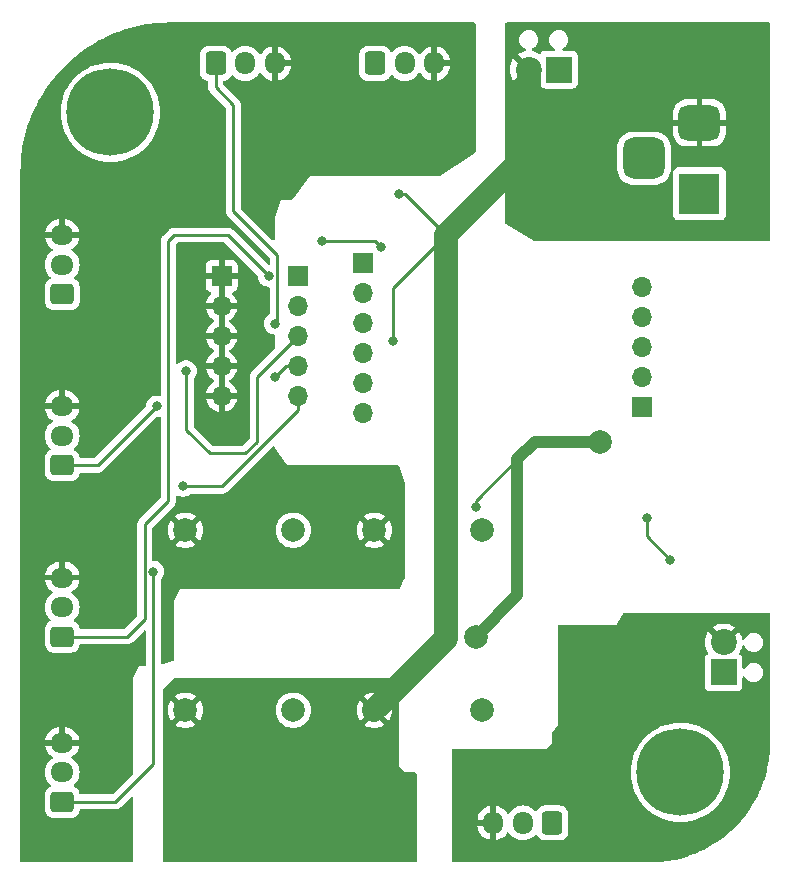
<source format=gbr>
%TF.GenerationSoftware,KiCad,Pcbnew,7.0.10*%
%TF.CreationDate,2024-04-25T20:56:43+02:00*%
%TF.ProjectId,LL PCB,4c4c2050-4342-42e6-9b69-6361645f7063,rev?*%
%TF.SameCoordinates,Original*%
%TF.FileFunction,Copper,L2,Bot*%
%TF.FilePolarity,Positive*%
%FSLAX46Y46*%
G04 Gerber Fmt 4.6, Leading zero omitted, Abs format (unit mm)*
G04 Created by KiCad (PCBNEW 7.0.10) date 2024-04-25 20:56:43*
%MOMM*%
%LPD*%
G01*
G04 APERTURE LIST*
G04 Aperture macros list*
%AMRoundRect*
0 Rectangle with rounded corners*
0 $1 Rounding radius*
0 $2 $3 $4 $5 $6 $7 $8 $9 X,Y pos of 4 corners*
0 Add a 4 corners polygon primitive as box body*
4,1,4,$2,$3,$4,$5,$6,$7,$8,$9,$2,$3,0*
0 Add four circle primitives for the rounded corners*
1,1,$1+$1,$2,$3*
1,1,$1+$1,$4,$5*
1,1,$1+$1,$6,$7*
1,1,$1+$1,$8,$9*
0 Add four rect primitives between the rounded corners*
20,1,$1+$1,$2,$3,$4,$5,0*
20,1,$1+$1,$4,$5,$6,$7,0*
20,1,$1+$1,$6,$7,$8,$9,0*
20,1,$1+$1,$8,$9,$2,$3,0*%
G04 Aperture macros list end*
%TA.AperFunction,ComponentPad*%
%ADD10RoundRect,0.250000X0.725000X-0.600000X0.725000X0.600000X-0.725000X0.600000X-0.725000X-0.600000X0*%
%TD*%
%TA.AperFunction,ComponentPad*%
%ADD11O,1.950000X1.700000*%
%TD*%
%TA.AperFunction,ComponentPad*%
%ADD12C,0.800000*%
%TD*%
%TA.AperFunction,ComponentPad*%
%ADD13C,7.400000*%
%TD*%
%TA.AperFunction,ComponentPad*%
%ADD14C,2.000000*%
%TD*%
%TA.AperFunction,ComponentPad*%
%ADD15R,1.700000X1.700000*%
%TD*%
%TA.AperFunction,ComponentPad*%
%ADD16O,1.700000X1.700000*%
%TD*%
%TA.AperFunction,ComponentPad*%
%ADD17RoundRect,0.250000X-0.600000X-0.725000X0.600000X-0.725000X0.600000X0.725000X-0.600000X0.725000X0*%
%TD*%
%TA.AperFunction,ComponentPad*%
%ADD18O,1.700000X1.950000*%
%TD*%
%TA.AperFunction,ComponentPad*%
%ADD19R,2.200000X2.200000*%
%TD*%
%TA.AperFunction,ComponentPad*%
%ADD20C,2.200000*%
%TD*%
%TA.AperFunction,ComponentPad*%
%ADD21R,3.500000X3.500000*%
%TD*%
%TA.AperFunction,ComponentPad*%
%ADD22RoundRect,0.750000X-1.000000X0.750000X-1.000000X-0.750000X1.000000X-0.750000X1.000000X0.750000X0*%
%TD*%
%TA.AperFunction,ComponentPad*%
%ADD23RoundRect,0.875000X-0.875000X0.875000X-0.875000X-0.875000X0.875000X-0.875000X0.875000X0.875000X0*%
%TD*%
%TA.AperFunction,ComponentPad*%
%ADD24RoundRect,0.250000X0.600000X0.725000X-0.600000X0.725000X-0.600000X-0.725000X0.600000X-0.725000X0*%
%TD*%
%TA.AperFunction,ViaPad*%
%ADD25C,0.800000*%
%TD*%
%TA.AperFunction,ViaPad*%
%ADD26C,2.000000*%
%TD*%
%TA.AperFunction,Conductor*%
%ADD27C,1.000000*%
%TD*%
%TA.AperFunction,Conductor*%
%ADD28C,0.260000*%
%TD*%
%TA.AperFunction,Conductor*%
%ADD29C,2.000000*%
%TD*%
G04 APERTURE END LIST*
D10*
%TO.P,SAL,1,Pin_1*%
%TO.N,SAL*%
X128000000Y-115500000D03*
D11*
%TO.P,SAL,2,Pin_2*%
%TO.N,6V-2*%
X128000000Y-113000000D03*
%TO.P,SAL,3,Pin_3*%
%TO.N,GNDA*%
X128000000Y-110500000D03*
%TD*%
D12*
%TO.P,REF\u002A\u002A,1*%
%TO.N,N/C*%
X177565000Y-127000000D03*
X178377779Y-125037779D03*
X178377779Y-128962221D03*
X180340000Y-124225000D03*
D13*
X180340000Y-127000000D03*
D12*
X180340000Y-129775000D03*
X182302221Y-125037779D03*
X182302221Y-128962221D03*
X183115000Y-127000000D03*
%TD*%
D14*
%TO.P,Buck,1,PWR_IN*%
%TO.N,+12V*%
X147572000Y-121740000D03*
%TO.P,Buck,2,GND_IN*%
%TO.N,GND*%
X138428000Y-121740000D03*
%TO.P,Buck,3,PWR_OUT*%
%TO.N,6V-1*%
X147572000Y-106500000D03*
%TO.P,Buck,4,GND_OUT*%
%TO.N,GNDA*%
X138428000Y-106500000D03*
%TD*%
D15*
%TO.P,SPI_MCP2515,1,Pin_1*%
%TO.N,SCK*%
X153500000Y-83840000D03*
D16*
%TO.P,SPI_MCP2515,2,Pin_2*%
%TO.N,MOSI*%
X153500000Y-86380000D03*
%TO.P,SPI_MCP2515,3,Pin_3*%
%TO.N,MISO*%
X153500000Y-88920000D03*
%TO.P,SPI_MCP2515,4,Pin_4*%
%TO.N,CS*%
X153500000Y-91460000D03*
%TO.P,SPI_MCP2515,5,Pin_5*%
%TO.N,GND*%
X153500000Y-94000000D03*
%TO.P,SPI_MCP2515,6,Pin_6*%
%TO.N,+5V*%
X153500000Y-96540000D03*
%TD*%
D17*
%TO.P,SEL,1,Pin_1*%
%TO.N,SEH*%
X154500000Y-66975000D03*
D18*
%TO.P,SEL,2,Pin_2*%
%TO.N,6V-1*%
X157000000Y-66975000D03*
%TO.P,SEL,3,Pin_3*%
%TO.N,GNDA*%
X159500000Y-66975000D03*
%TD*%
D19*
%TO.P,BBB PWR,1,Pin_1*%
%TO.N,+12V*%
X170040000Y-67500000D03*
D20*
%TO.P,BBB PWR,2,Pin_2*%
%TO.N,GND*%
X167500000Y-67500000D03*
%TD*%
D15*
%TO.P,GPS Module,1,Pin_1*%
%TO.N,GPS-VCC*%
X177100000Y-96100000D03*
D16*
%TO.P,GPS Module,2,Pin_2*%
%TO.N,GND1*%
X177100000Y-93560000D03*
%TO.P,GPS Module,3,Pin_3*%
%TO.N,GPS-TX*%
X177100000Y-91020000D03*
%TO.P,GPS Module,4,Pin_4*%
%TO.N,GPS-RX*%
X177100000Y-88480000D03*
%TO.P,GPS Module,5,Pin_5*%
%TO.N,unconnected-(J15-Pin_5-Pad5)*%
X177100000Y-85940000D03*
%TD*%
D12*
%TO.P,REF\u002A\u002A,1*%
%TO.N,N/C*%
X129305000Y-71120000D03*
X130117779Y-69157779D03*
X130117779Y-73082221D03*
X132080000Y-68345000D03*
D13*
X132080000Y-71120000D03*
D12*
X132080000Y-73895000D03*
X134042221Y-69157779D03*
X134042221Y-73082221D03*
X134855000Y-71120000D03*
%TD*%
D21*
%TO.P,Rasp PWR,1*%
%TO.N,+5V*%
X181957500Y-78000000D03*
D22*
%TO.P,Rasp PWR,2*%
%TO.N,GND*%
X181957500Y-72000000D03*
D23*
%TO.P,Rasp PWR,3*%
%TO.N,N/C*%
X177257500Y-75000000D03*
%TD*%
D24*
%TO.P,ESCD,1,Pin_1*%
%TO.N,ESC-SIG*%
X169500000Y-131275000D03*
D18*
%TO.P,ESCD,2,Pin_2*%
%TO.N,unconnected-(J19-Pin_2-Pad2)*%
X167000000Y-131275000D03*
%TO.P,ESCD,3,Pin_3*%
%TO.N,ESC-GND*%
X164500000Y-131275000D03*
%TD*%
D19*
%TO.P,ESC,1,Pin_1*%
%TO.N,ESC-SIG*%
X184000000Y-118540000D03*
D20*
%TO.P,ESC,2,Pin_2*%
%TO.N,ESC-GND*%
X184000000Y-116000000D03*
%TD*%
D15*
%TO.P,Servo GND,1,Pin_1*%
%TO.N,GNDA*%
X141500000Y-84960000D03*
D16*
%TO.P,Servo GND,2,Pin_2*%
X141500000Y-87500000D03*
%TO.P,Servo GND,3,Pin_3*%
X141500000Y-90040000D03*
%TO.P,Servo GND,4,Pin_4*%
X141500000Y-92580000D03*
%TO.P,Servo GND,5,Pin_5*%
X141500000Y-95120000D03*
%TD*%
D10*
%TO.P,SAR,1,Pin_1*%
%TO.N,SAR*%
X128000000Y-101000000D03*
D11*
%TO.P,SAR,2,Pin_2*%
%TO.N,6V-2*%
X128000000Y-98500000D03*
%TO.P,SAR,3,Pin_3*%
%TO.N,GNDA*%
X128000000Y-96000000D03*
%TD*%
D10*
%TO.P,SPayload,1,Pin_1*%
%TO.N,SP*%
X128000000Y-129500000D03*
D11*
%TO.P,SPayload,2,Pin_2*%
%TO.N,6V-2*%
X128000000Y-127000000D03*
%TO.P,SPayload,3,Pin_3*%
%TO.N,GNDA*%
X128000000Y-124500000D03*
%TD*%
D14*
%TO.P,Buck 2,1,PWR_IN*%
%TO.N,+12V*%
X163572000Y-121740000D03*
%TO.P,Buck 2,2,GND_IN*%
%TO.N,GND*%
X154428000Y-121740000D03*
%TO.P,Buck 2,3,PWR_OUT*%
%TO.N,6V-2*%
X163572000Y-106500000D03*
%TO.P,Buck 2,4,GND_OUT*%
%TO.N,GNDA*%
X154428000Y-106500000D03*
%TD*%
D17*
%TO.P,SER,1,Pin_1*%
%TO.N,SEH*%
X141000000Y-66975000D03*
D18*
%TO.P,SER,2,Pin_2*%
%TO.N,6V-1*%
X143500000Y-66975000D03*
%TO.P,SER,3,Pin_3*%
%TO.N,GNDA*%
X146000000Y-66975000D03*
%TD*%
D10*
%TO.P,SRV,1,Pin_1*%
%TO.N,SRV*%
X128000000Y-86500000D03*
D11*
%TO.P,SRV,2,Pin_2*%
%TO.N,6V-1*%
X128000000Y-84000000D03*
%TO.P,SRV,3,Pin_3*%
%TO.N,GNDA*%
X128000000Y-81500000D03*
%TD*%
D15*
%TO.P,Servo Signals,1,Pin_1*%
%TO.N,SAL*%
X148000000Y-84960000D03*
D16*
%TO.P,Servo Signals,2,Pin_2*%
%TO.N,SAR*%
X148000000Y-87500000D03*
%TO.P,Servo Signals,3,Pin_3*%
%TO.N,SRV*%
X148000000Y-90040000D03*
%TO.P,Servo Signals,4,Pin_4*%
%TO.N,SEH*%
X148000000Y-92580000D03*
%TO.P,Servo Signals,5,Pin_5*%
%TO.N,SP*%
X148000000Y-95120000D03*
%TD*%
D25*
%TO.N,+5V*%
X163000000Y-104500000D03*
D26*
X163000000Y-115500000D03*
X173500000Y-99000000D03*
D25*
%TO.N,GND*%
X156000000Y-90500000D03*
X156500000Y-78000000D03*
%TO.N,SP*%
X138222182Y-102777818D03*
X135730000Y-110000000D03*
%TO.N,SEH*%
X146000000Y-89000000D03*
X146000000Y-93500000D03*
%TO.N,SRV*%
X138500000Y-93000000D03*
%TO.N,SAR*%
X136000000Y-96000000D03*
%TO.N,SAL*%
X145500000Y-85000000D03*
%TO.N,GND2*%
X177500000Y-105500000D03*
X179500000Y-109000000D03*
%TO.N,SCK*%
X150000000Y-82000000D03*
X155000000Y-82500000D03*
%TD*%
D27*
%TO.N,+5V*%
X163000000Y-115500000D02*
X166500000Y-112000000D01*
D28*
X163000000Y-104500000D02*
X163000000Y-104000000D01*
D27*
X168000000Y-99000000D02*
X173500000Y-99000000D01*
X166500000Y-100500000D02*
X168000000Y-99000000D01*
X166500000Y-112000000D02*
X166500000Y-100500000D01*
D28*
X163000000Y-104000000D02*
X166500000Y-100500000D01*
D29*
%TO.N,GND*%
X167500000Y-74500000D02*
X167500000Y-67500000D01*
D28*
X157000000Y-78000000D02*
X160500000Y-81500000D01*
X156000000Y-86000000D02*
X160500000Y-81500000D01*
X156000000Y-90500000D02*
X156000000Y-86000000D01*
X156500000Y-78000000D02*
X157000000Y-78000000D01*
D29*
X154428000Y-121740000D02*
X160500000Y-115668000D01*
X160500000Y-115668000D02*
X160500000Y-81500000D01*
X160500000Y-81500000D02*
X167500000Y-74500000D01*
D28*
%TO.N,SP*%
X148000000Y-95120000D02*
X148000000Y-96322081D01*
X132500000Y-129500000D02*
X128000000Y-129500000D01*
X135730000Y-110000000D02*
X135730000Y-126270000D01*
X148000000Y-96322081D02*
X141544263Y-102777818D01*
X141544263Y-102777818D02*
X138222182Y-102777818D01*
X135730000Y-126270000D02*
X132500000Y-129500000D01*
%TO.N,SEH*%
X146230000Y-83230000D02*
X142500000Y-79500000D01*
X146920000Y-92580000D02*
X146000000Y-93500000D01*
X146230000Y-88770000D02*
X146230000Y-83230000D01*
X146000000Y-89000000D02*
X146230000Y-88770000D01*
X142500000Y-70500000D02*
X141000000Y-69000000D01*
X142500000Y-79500000D02*
X142500000Y-70500000D01*
X148000000Y-92580000D02*
X146920000Y-92580000D01*
X141000000Y-69000000D02*
X141000000Y-66975000D01*
%TO.N,SRV*%
X148000000Y-90040000D02*
X144500000Y-93540000D01*
X138500000Y-98000000D02*
X138500000Y-93000000D01*
X144500000Y-93540000D02*
X144500000Y-99000000D01*
X144500000Y-99000000D02*
X143500000Y-100000000D01*
X143500000Y-100000000D02*
X140500000Y-100000000D01*
X140500000Y-100000000D02*
X138500000Y-98000000D01*
%TO.N,SAR*%
X128000000Y-101000000D02*
X131000000Y-101000000D01*
X131000000Y-101000000D02*
X136000000Y-96000000D01*
%TO.N,SAL*%
X135000000Y-106000000D02*
X135000000Y-114000000D01*
X137000000Y-104000000D02*
X135000000Y-106000000D01*
X137000000Y-82000000D02*
X137000000Y-104000000D01*
X137500000Y-81500000D02*
X137000000Y-82000000D01*
X133500000Y-115500000D02*
X128000000Y-115500000D01*
X145500000Y-85000000D02*
X142000000Y-81500000D01*
X142000000Y-81500000D02*
X137500000Y-81500000D01*
X135000000Y-114000000D02*
X133500000Y-115500000D01*
%TO.N,GND2*%
X177500000Y-105500000D02*
X177500000Y-107000000D01*
X177500000Y-107000000D02*
X179500000Y-109000000D01*
%TO.N,SCK*%
X150000000Y-82000000D02*
X154500000Y-82000000D01*
X154500000Y-82000000D02*
X155000000Y-82500000D01*
%TD*%
%TA.AperFunction,Conductor*%
%TO.N,GNDA*%
G36*
X162943039Y-63520185D02*
G01*
X162988794Y-63572989D01*
X163000000Y-63624500D01*
X163000000Y-74433637D01*
X162980315Y-74500676D01*
X162944783Y-74536811D01*
X160031239Y-76479174D01*
X159964540Y-76499982D01*
X159962456Y-76500000D01*
X149000000Y-76500000D01*
X147537200Y-78450400D01*
X147481229Y-78492221D01*
X147438000Y-78500000D01*
X146500000Y-78500000D01*
X146000000Y-80000000D01*
X146000000Y-81808976D01*
X145980315Y-81876015D01*
X145927511Y-81921770D01*
X145858353Y-81931714D01*
X145794797Y-81902689D01*
X145788319Y-81896657D01*
X143166819Y-79275157D01*
X143133334Y-79213834D01*
X143130500Y-79187476D01*
X143130500Y-70583297D01*
X143132233Y-70567598D01*
X143131957Y-70567572D01*
X143132690Y-70559810D01*
X143132691Y-70559807D01*
X143130561Y-70492045D01*
X143130500Y-70488149D01*
X143130500Y-70460334D01*
X143130499Y-70460328D01*
X143130223Y-70458146D01*
X143129988Y-70456281D01*
X143129070Y-70444626D01*
X143127686Y-70400586D01*
X143127686Y-70400584D01*
X143122028Y-70381110D01*
X143118085Y-70362063D01*
X143115545Y-70341955D01*
X143099320Y-70300975D01*
X143095538Y-70289930D01*
X143083242Y-70247606D01*
X143072928Y-70230167D01*
X143064366Y-70212690D01*
X143063369Y-70210173D01*
X143056903Y-70193840D01*
X143030996Y-70158182D01*
X143024582Y-70148418D01*
X143002153Y-70110493D01*
X143002152Y-70110491D01*
X143002150Y-70110489D01*
X143002147Y-70110485D01*
X142987821Y-70096159D01*
X142975183Y-70081363D01*
X142963268Y-70064963D01*
X142929306Y-70036867D01*
X142920665Y-70029004D01*
X141666819Y-68775157D01*
X141633334Y-68713834D01*
X141630500Y-68687476D01*
X141630500Y-68564470D01*
X141650185Y-68497431D01*
X141702989Y-68451676D01*
X141741899Y-68441112D01*
X141752797Y-68439999D01*
X141919334Y-68384814D01*
X142068656Y-68292712D01*
X142192712Y-68168656D01*
X142284814Y-68019334D01*
X142284814Y-68019331D01*
X142288178Y-68013879D01*
X142340126Y-67967154D01*
X142409088Y-67955931D01*
X142473170Y-67983774D01*
X142481398Y-67991294D01*
X142628599Y-68138495D01*
X142671675Y-68168657D01*
X142822165Y-68274032D01*
X142822167Y-68274033D01*
X142822170Y-68274035D01*
X143036337Y-68373903D01*
X143264592Y-68435063D01*
X143441034Y-68450500D01*
X143499999Y-68455659D01*
X143500000Y-68455659D01*
X143500001Y-68455659D01*
X143558966Y-68450500D01*
X143735408Y-68435063D01*
X143963663Y-68373903D01*
X144177829Y-68274035D01*
X144371401Y-68138495D01*
X144538495Y-67971401D01*
X144648732Y-67813965D01*
X144703306Y-67770342D01*
X144772805Y-67763148D01*
X144835159Y-67794670D01*
X144851880Y-67813967D01*
X144961886Y-67971073D01*
X144961891Y-67971079D01*
X145128917Y-68138105D01*
X145322421Y-68273600D01*
X145536507Y-68373429D01*
X145536516Y-68373433D01*
X145750000Y-68430634D01*
X145750000Y-67383018D01*
X145864801Y-67435446D01*
X145966025Y-67450000D01*
X146033975Y-67450000D01*
X146135199Y-67435446D01*
X146250000Y-67383018D01*
X146250000Y-68430633D01*
X146463483Y-68373433D01*
X146463492Y-68373429D01*
X146677577Y-68273600D01*
X146677579Y-68273599D01*
X146871073Y-68138113D01*
X146871079Y-68138108D01*
X147038108Y-67971079D01*
X147038113Y-67971073D01*
X147173599Y-67777579D01*
X147173600Y-67777577D01*
X147186459Y-67750001D01*
X153149500Y-67750001D01*
X153149501Y-67750018D01*
X153160000Y-67852796D01*
X153160001Y-67852799D01*
X153205894Y-67991294D01*
X153215186Y-68019334D01*
X153307288Y-68168656D01*
X153431344Y-68292712D01*
X153580666Y-68384814D01*
X153747203Y-68439999D01*
X153849991Y-68450500D01*
X155150008Y-68450499D01*
X155252797Y-68439999D01*
X155419334Y-68384814D01*
X155568656Y-68292712D01*
X155692712Y-68168656D01*
X155784814Y-68019334D01*
X155784814Y-68019331D01*
X155788178Y-68013879D01*
X155840126Y-67967154D01*
X155909088Y-67955931D01*
X155973170Y-67983774D01*
X155981398Y-67991294D01*
X156128599Y-68138495D01*
X156171675Y-68168657D01*
X156322165Y-68274032D01*
X156322167Y-68274033D01*
X156322170Y-68274035D01*
X156536337Y-68373903D01*
X156764592Y-68435063D01*
X156941034Y-68450500D01*
X156999999Y-68455659D01*
X157000000Y-68455659D01*
X157000001Y-68455659D01*
X157058966Y-68450500D01*
X157235408Y-68435063D01*
X157463663Y-68373903D01*
X157677829Y-68274035D01*
X157871401Y-68138495D01*
X158038495Y-67971401D01*
X158148732Y-67813965D01*
X158203306Y-67770342D01*
X158272805Y-67763148D01*
X158335159Y-67794670D01*
X158351880Y-67813967D01*
X158461886Y-67971073D01*
X158461891Y-67971079D01*
X158628917Y-68138105D01*
X158822421Y-68273600D01*
X159036507Y-68373429D01*
X159036516Y-68373433D01*
X159250000Y-68430634D01*
X159250000Y-67383018D01*
X159364801Y-67435446D01*
X159466025Y-67450000D01*
X159533975Y-67450000D01*
X159635199Y-67435446D01*
X159750000Y-67383018D01*
X159750000Y-68430633D01*
X159963483Y-68373433D01*
X159963492Y-68373429D01*
X160177577Y-68273600D01*
X160177579Y-68273599D01*
X160371073Y-68138113D01*
X160371079Y-68138108D01*
X160538108Y-67971079D01*
X160538113Y-67971073D01*
X160673599Y-67777579D01*
X160673600Y-67777577D01*
X160773429Y-67563492D01*
X160773433Y-67563483D01*
X160834567Y-67335326D01*
X160834569Y-67335316D01*
X160844221Y-67225000D01*
X159903969Y-67225000D01*
X159936519Y-67174351D01*
X159975000Y-67043295D01*
X159975000Y-66906705D01*
X159936519Y-66775649D01*
X159903969Y-66725000D01*
X160844221Y-66725000D01*
X160834569Y-66614683D01*
X160834567Y-66614673D01*
X160773433Y-66386516D01*
X160773429Y-66386507D01*
X160673600Y-66172422D01*
X160673599Y-66172420D01*
X160538113Y-65978926D01*
X160538108Y-65978920D01*
X160371082Y-65811894D01*
X160177578Y-65676399D01*
X159963492Y-65576570D01*
X159963486Y-65576567D01*
X159750000Y-65519364D01*
X159750000Y-66566981D01*
X159635199Y-66514554D01*
X159533975Y-66500000D01*
X159466025Y-66500000D01*
X159364801Y-66514554D01*
X159250000Y-66566981D01*
X159250000Y-65519364D01*
X159249999Y-65519364D01*
X159036513Y-65576567D01*
X159036507Y-65576570D01*
X158822422Y-65676399D01*
X158822420Y-65676400D01*
X158628926Y-65811886D01*
X158628920Y-65811891D01*
X158461891Y-65978920D01*
X158461890Y-65978922D01*
X158351880Y-66136032D01*
X158297303Y-66179657D01*
X158227804Y-66186849D01*
X158165450Y-66155327D01*
X158148730Y-66136031D01*
X158038494Y-65978597D01*
X157871402Y-65811506D01*
X157871395Y-65811501D01*
X157677834Y-65675967D01*
X157677830Y-65675965D01*
X157637777Y-65657288D01*
X157463663Y-65576097D01*
X157463659Y-65576096D01*
X157463655Y-65576094D01*
X157235413Y-65514938D01*
X157235403Y-65514936D01*
X157000001Y-65494341D01*
X156999999Y-65494341D01*
X156764596Y-65514936D01*
X156764586Y-65514938D01*
X156536344Y-65576094D01*
X156536335Y-65576098D01*
X156322171Y-65675964D01*
X156322169Y-65675965D01*
X156128597Y-65811505D01*
X155981398Y-65958705D01*
X155920075Y-65992190D01*
X155850383Y-65987206D01*
X155794450Y-65945334D01*
X155788178Y-65936120D01*
X155692712Y-65781344D01*
X155568657Y-65657289D01*
X155568656Y-65657288D01*
X155475888Y-65600069D01*
X155419336Y-65565187D01*
X155419331Y-65565185D01*
X155417862Y-65564698D01*
X155252797Y-65510001D01*
X155252795Y-65510000D01*
X155150010Y-65499500D01*
X153849998Y-65499500D01*
X153849981Y-65499501D01*
X153747203Y-65510000D01*
X153747200Y-65510001D01*
X153580668Y-65565185D01*
X153580663Y-65565187D01*
X153431342Y-65657289D01*
X153307289Y-65781342D01*
X153215187Y-65930663D01*
X153215185Y-65930668D01*
X153199194Y-65978926D01*
X153160001Y-66097203D01*
X153160001Y-66097204D01*
X153160000Y-66097204D01*
X153149500Y-66199983D01*
X153149500Y-67750001D01*
X147186459Y-67750001D01*
X147273429Y-67563492D01*
X147273433Y-67563483D01*
X147334567Y-67335326D01*
X147334569Y-67335316D01*
X147344221Y-67225000D01*
X146403969Y-67225000D01*
X146436519Y-67174351D01*
X146475000Y-67043295D01*
X146475000Y-66906705D01*
X146436519Y-66775649D01*
X146403969Y-66725000D01*
X147344221Y-66725000D01*
X147334569Y-66614683D01*
X147334567Y-66614673D01*
X147273433Y-66386516D01*
X147273429Y-66386507D01*
X147173600Y-66172422D01*
X147173599Y-66172420D01*
X147038113Y-65978926D01*
X147038108Y-65978920D01*
X146871082Y-65811894D01*
X146677578Y-65676399D01*
X146463492Y-65576570D01*
X146463486Y-65576567D01*
X146250000Y-65519364D01*
X146250000Y-66566981D01*
X146135199Y-66514554D01*
X146033975Y-66500000D01*
X145966025Y-66500000D01*
X145864801Y-66514554D01*
X145750000Y-66566981D01*
X145750000Y-65519364D01*
X145749999Y-65519364D01*
X145536513Y-65576567D01*
X145536507Y-65576570D01*
X145322422Y-65676399D01*
X145322420Y-65676400D01*
X145128926Y-65811886D01*
X145128920Y-65811891D01*
X144961891Y-65978920D01*
X144961890Y-65978922D01*
X144851880Y-66136032D01*
X144797303Y-66179657D01*
X144727804Y-66186849D01*
X144665450Y-66155327D01*
X144648730Y-66136031D01*
X144538494Y-65978597D01*
X144371402Y-65811506D01*
X144371395Y-65811501D01*
X144177834Y-65675967D01*
X144177830Y-65675965D01*
X144137777Y-65657288D01*
X143963663Y-65576097D01*
X143963659Y-65576096D01*
X143963655Y-65576094D01*
X143735413Y-65514938D01*
X143735403Y-65514936D01*
X143500001Y-65494341D01*
X143499999Y-65494341D01*
X143264596Y-65514936D01*
X143264586Y-65514938D01*
X143036344Y-65576094D01*
X143036335Y-65576098D01*
X142822171Y-65675964D01*
X142822169Y-65675965D01*
X142628597Y-65811505D01*
X142481398Y-65958705D01*
X142420075Y-65992190D01*
X142350383Y-65987206D01*
X142294450Y-65945334D01*
X142288178Y-65936120D01*
X142192712Y-65781344D01*
X142068657Y-65657289D01*
X142068656Y-65657288D01*
X141975888Y-65600069D01*
X141919336Y-65565187D01*
X141919331Y-65565185D01*
X141917862Y-65564698D01*
X141752797Y-65510001D01*
X141752795Y-65510000D01*
X141650010Y-65499500D01*
X140349998Y-65499500D01*
X140349981Y-65499501D01*
X140247203Y-65510000D01*
X140247200Y-65510001D01*
X140080668Y-65565185D01*
X140080663Y-65565187D01*
X139931342Y-65657289D01*
X139807289Y-65781342D01*
X139715187Y-65930663D01*
X139715185Y-65930668D01*
X139699194Y-65978926D01*
X139660001Y-66097203D01*
X139660001Y-66097204D01*
X139660000Y-66097204D01*
X139649500Y-66199983D01*
X139649500Y-67750001D01*
X139649501Y-67750018D01*
X139660000Y-67852796D01*
X139660001Y-67852799D01*
X139705894Y-67991294D01*
X139715186Y-68019334D01*
X139807288Y-68168656D01*
X139931344Y-68292712D01*
X140080666Y-68384814D01*
X140247203Y-68439999D01*
X140258099Y-68441112D01*
X140322791Y-68467506D01*
X140362944Y-68524685D01*
X140369500Y-68564470D01*
X140369500Y-68916699D01*
X140367767Y-68932396D01*
X140368043Y-68932423D01*
X140367308Y-68940190D01*
X140369439Y-69007967D01*
X140369500Y-69011862D01*
X140369500Y-69039671D01*
X140370013Y-69043738D01*
X140370927Y-69055356D01*
X140372312Y-69099412D01*
X140372313Y-69099419D01*
X140377969Y-69118886D01*
X140381914Y-69137934D01*
X140384455Y-69158045D01*
X140384455Y-69158048D01*
X140400679Y-69199026D01*
X140404462Y-69210074D01*
X140416756Y-69252390D01*
X140416758Y-69252395D01*
X140427072Y-69269834D01*
X140435631Y-69287304D01*
X140443097Y-69306160D01*
X140469005Y-69341820D01*
X140475412Y-69351574D01*
X140497844Y-69389505D01*
X140497850Y-69389513D01*
X140512178Y-69403840D01*
X140524816Y-69418636D01*
X140536732Y-69435037D01*
X140536735Y-69435040D01*
X140570687Y-69463127D01*
X140579328Y-69470990D01*
X141833181Y-70724843D01*
X141866666Y-70786166D01*
X141869500Y-70812524D01*
X141869500Y-79416699D01*
X141867767Y-79432396D01*
X141868043Y-79432423D01*
X141867308Y-79440190D01*
X141869439Y-79507967D01*
X141869500Y-79511862D01*
X141869500Y-79539671D01*
X141870013Y-79543738D01*
X141870927Y-79555356D01*
X141872312Y-79599412D01*
X141872313Y-79599419D01*
X141877969Y-79618886D01*
X141881914Y-79637934D01*
X141884455Y-79658045D01*
X141884455Y-79658048D01*
X141900679Y-79699026D01*
X141904462Y-79710074D01*
X141916756Y-79752390D01*
X141916758Y-79752395D01*
X141927072Y-79769834D01*
X141935631Y-79787304D01*
X141943097Y-79806160D01*
X141969005Y-79841820D01*
X141975412Y-79851574D01*
X141997844Y-79889505D01*
X141997850Y-79889513D01*
X142012178Y-79903840D01*
X142024816Y-79918636D01*
X142036733Y-79935038D01*
X142070688Y-79963127D01*
X142079330Y-79970991D01*
X145563181Y-83454842D01*
X145596666Y-83516165D01*
X145599500Y-83542523D01*
X145599500Y-83908476D01*
X145579815Y-83975515D01*
X145527011Y-84021270D01*
X145457853Y-84031214D01*
X145394297Y-84002189D01*
X145387819Y-83996157D01*
X142504732Y-81113070D01*
X142494861Y-81100748D01*
X142494647Y-81100926D01*
X142489672Y-81094914D01*
X142489670Y-81094910D01*
X142440246Y-81048498D01*
X142437449Y-81045787D01*
X142417783Y-81026121D01*
X142414552Y-81023615D01*
X142405665Y-81016025D01*
X142386308Y-80997847D01*
X142373544Y-80985861D01*
X142355780Y-80976095D01*
X142339519Y-80965413D01*
X142323503Y-80952990D01*
X142283046Y-80935481D01*
X142272560Y-80930344D01*
X142233946Y-80909116D01*
X142214318Y-80904077D01*
X142195909Y-80897774D01*
X142177303Y-80889722D01*
X142177296Y-80889720D01*
X142133766Y-80882826D01*
X142122342Y-80880461D01*
X142079651Y-80869500D01*
X142079647Y-80869500D01*
X142059382Y-80869500D01*
X142039983Y-80867973D01*
X142019963Y-80864802D01*
X142019962Y-80864802D01*
X141976081Y-80868950D01*
X141964412Y-80869500D01*
X137583301Y-80869500D01*
X137567603Y-80867767D01*
X137567577Y-80868043D01*
X137559809Y-80867308D01*
X137492032Y-80869439D01*
X137488137Y-80869500D01*
X137460329Y-80869500D01*
X137456263Y-80870013D01*
X137444645Y-80870927D01*
X137400587Y-80872312D01*
X137400577Y-80872314D01*
X137381110Y-80877969D01*
X137362071Y-80881912D01*
X137341964Y-80884453D01*
X137341950Y-80884456D01*
X137300974Y-80900679D01*
X137289928Y-80904461D01*
X137247607Y-80916757D01*
X137230157Y-80927076D01*
X137212698Y-80935629D01*
X137193838Y-80943097D01*
X137158181Y-80969003D01*
X137148421Y-80975414D01*
X137110490Y-80997846D01*
X137096154Y-81012183D01*
X137081368Y-81024812D01*
X137064963Y-81036732D01*
X137064961Y-81036733D01*
X137064961Y-81036734D01*
X137064959Y-81036735D01*
X137036871Y-81070687D01*
X137029011Y-81079325D01*
X136613066Y-81495270D01*
X136600744Y-81505143D01*
X136600921Y-81505357D01*
X136594910Y-81510329D01*
X136548513Y-81559737D01*
X136545805Y-81562531D01*
X136526123Y-81582212D01*
X136523612Y-81585451D01*
X136516029Y-81594329D01*
X136485862Y-81626453D01*
X136485857Y-81626459D01*
X136476091Y-81644224D01*
X136465414Y-81660479D01*
X136452989Y-81676497D01*
X136435480Y-81716954D01*
X136430345Y-81727435D01*
X136409118Y-81766050D01*
X136409117Y-81766051D01*
X136404077Y-81785682D01*
X136397775Y-81804087D01*
X136389721Y-81822697D01*
X136382827Y-81866225D01*
X136380459Y-81877660D01*
X136369500Y-81920344D01*
X136369500Y-81940618D01*
X136367973Y-81960015D01*
X136367423Y-81963492D01*
X136364802Y-81980036D01*
X136364802Y-81980037D01*
X136368950Y-82023918D01*
X136369500Y-82035587D01*
X136369500Y-95004794D01*
X136349815Y-95071833D01*
X136297011Y-95117588D01*
X136227853Y-95127532D01*
X136219720Y-95126085D01*
X136209841Y-95123985D01*
X136094646Y-95099500D01*
X135905354Y-95099500D01*
X135872897Y-95106398D01*
X135720197Y-95138855D01*
X135720192Y-95138857D01*
X135547270Y-95215848D01*
X135547265Y-95215851D01*
X135394129Y-95327111D01*
X135267466Y-95467785D01*
X135172821Y-95631715D01*
X135172818Y-95631722D01*
X135118847Y-95797830D01*
X135114326Y-95811744D01*
X135109026Y-95862171D01*
X135097509Y-95971748D01*
X135070924Y-96036363D01*
X135061869Y-96046467D01*
X130775157Y-100333181D01*
X130713834Y-100366666D01*
X130687476Y-100369500D01*
X129589470Y-100369500D01*
X129522431Y-100349815D01*
X129476676Y-100297011D01*
X129466112Y-100258100D01*
X129464999Y-100247203D01*
X129464998Y-100247200D01*
X129453163Y-100211485D01*
X129409814Y-100080666D01*
X129317712Y-99931344D01*
X129193656Y-99807288D01*
X129112658Y-99757328D01*
X129038879Y-99711821D01*
X128992155Y-99659873D01*
X128980932Y-99590910D01*
X129008776Y-99526828D01*
X129016295Y-99518601D01*
X129052468Y-99482428D01*
X129163495Y-99371401D01*
X129299035Y-99177830D01*
X129398903Y-98963663D01*
X129460063Y-98735408D01*
X129480659Y-98500000D01*
X129460063Y-98264592D01*
X129398903Y-98036337D01*
X129299035Y-97822171D01*
X129299034Y-97822169D01*
X129163494Y-97628597D01*
X128996403Y-97461506D01*
X128838967Y-97351269D01*
X128795342Y-97296692D01*
X128788148Y-97227194D01*
X128819671Y-97164839D01*
X128838967Y-97148119D01*
X128996073Y-97038113D01*
X128996079Y-97038108D01*
X129163105Y-96871082D01*
X129298600Y-96677578D01*
X129398429Y-96463492D01*
X129398432Y-96463486D01*
X129455636Y-96250000D01*
X128403969Y-96250000D01*
X128436519Y-96199351D01*
X128475000Y-96068295D01*
X128475000Y-95931705D01*
X128436519Y-95800649D01*
X128403969Y-95750000D01*
X129455636Y-95750000D01*
X129455635Y-95749999D01*
X129398432Y-95536513D01*
X129398429Y-95536507D01*
X129298600Y-95322422D01*
X129298599Y-95322420D01*
X129163113Y-95128926D01*
X129163108Y-95128920D01*
X128996079Y-94961891D01*
X128996073Y-94961886D01*
X128802579Y-94826400D01*
X128802577Y-94826399D01*
X128588492Y-94726570D01*
X128588483Y-94726566D01*
X128360326Y-94665432D01*
X128360316Y-94665430D01*
X128250000Y-94655778D01*
X128250000Y-95591981D01*
X128135199Y-95539554D01*
X128033975Y-95525000D01*
X127966025Y-95525000D01*
X127864801Y-95539554D01*
X127750000Y-95591981D01*
X127750000Y-94655778D01*
X127639683Y-94665430D01*
X127639673Y-94665432D01*
X127411516Y-94726566D01*
X127411507Y-94726570D01*
X127197422Y-94826399D01*
X127197420Y-94826400D01*
X127003926Y-94961886D01*
X127003920Y-94961891D01*
X126836894Y-95128917D01*
X126701399Y-95322421D01*
X126601570Y-95536507D01*
X126601567Y-95536513D01*
X126544364Y-95749999D01*
X126544364Y-95750000D01*
X127596031Y-95750000D01*
X127563481Y-95800649D01*
X127525000Y-95931705D01*
X127525000Y-96068295D01*
X127563481Y-96199351D01*
X127596031Y-96250000D01*
X126544364Y-96250000D01*
X126601567Y-96463486D01*
X126601570Y-96463492D01*
X126701399Y-96677577D01*
X126701400Y-96677579D01*
X126836886Y-96871073D01*
X126836891Y-96871079D01*
X127003920Y-97038108D01*
X127003926Y-97038113D01*
X127161031Y-97148119D01*
X127204656Y-97202696D01*
X127211850Y-97272194D01*
X127180327Y-97334549D01*
X127161032Y-97351269D01*
X127003594Y-97461508D01*
X126836506Y-97628597D01*
X126836501Y-97628604D01*
X126700967Y-97822165D01*
X126700965Y-97822169D01*
X126601098Y-98036335D01*
X126601094Y-98036344D01*
X126539938Y-98264586D01*
X126539936Y-98264596D01*
X126519341Y-98499999D01*
X126519341Y-98500000D01*
X126539936Y-98735403D01*
X126539938Y-98735413D01*
X126601094Y-98963655D01*
X126601096Y-98963659D01*
X126601097Y-98963663D01*
X126651031Y-99070746D01*
X126700964Y-99177828D01*
X126700965Y-99177830D01*
X126836505Y-99371402D01*
X126983704Y-99518601D01*
X127017189Y-99579924D01*
X127012205Y-99649616D01*
X126970333Y-99705549D01*
X126961120Y-99711820D01*
X126806347Y-99807285D01*
X126806343Y-99807288D01*
X126682289Y-99931342D01*
X126590187Y-100080663D01*
X126590186Y-100080666D01*
X126535001Y-100247203D01*
X126535001Y-100247204D01*
X126535000Y-100247204D01*
X126524500Y-100349983D01*
X126524500Y-101650001D01*
X126524501Y-101650018D01*
X126535000Y-101752796D01*
X126535001Y-101752799D01*
X126572045Y-101864589D01*
X126590186Y-101919334D01*
X126682288Y-102068656D01*
X126806344Y-102192712D01*
X126955666Y-102284814D01*
X127122203Y-102339999D01*
X127224991Y-102350500D01*
X128775008Y-102350499D01*
X128877797Y-102339999D01*
X129044334Y-102284814D01*
X129193656Y-102192712D01*
X129317712Y-102068656D01*
X129409814Y-101919334D01*
X129464999Y-101752797D01*
X129466113Y-101741894D01*
X129492511Y-101677203D01*
X129549693Y-101637053D01*
X129589471Y-101630500D01*
X130916699Y-101630500D01*
X130932396Y-101632232D01*
X130932423Y-101631957D01*
X130940190Y-101632691D01*
X130940192Y-101632690D01*
X130940193Y-101632691D01*
X131007968Y-101630560D01*
X131011863Y-101630500D01*
X131039664Y-101630500D01*
X131039666Y-101630500D01*
X131043717Y-101629988D01*
X131055359Y-101629071D01*
X131099416Y-101627687D01*
X131118890Y-101622028D01*
X131137935Y-101618085D01*
X131158045Y-101615545D01*
X131199026Y-101599318D01*
X131210069Y-101595538D01*
X131252392Y-101583243D01*
X131269839Y-101572924D01*
X131287310Y-101564366D01*
X131289902Y-101563339D01*
X131306160Y-101556903D01*
X131341817Y-101530995D01*
X131351571Y-101524588D01*
X131389509Y-101502153D01*
X131403846Y-101487815D01*
X131418641Y-101475180D01*
X131421779Y-101472899D01*
X131435037Y-101463268D01*
X131463136Y-101429300D01*
X131470980Y-101420680D01*
X135954843Y-96936819D01*
X136016166Y-96903334D01*
X136042524Y-96900500D01*
X136094644Y-96900500D01*
X136094646Y-96900500D01*
X136219719Y-96873915D01*
X136289386Y-96879231D01*
X136345120Y-96921368D01*
X136369225Y-96986948D01*
X136369500Y-96995205D01*
X136369500Y-103687475D01*
X136349815Y-103754514D01*
X136333181Y-103775156D01*
X134613066Y-105495270D01*
X134600744Y-105505143D01*
X134600921Y-105505357D01*
X134594910Y-105510330D01*
X134548496Y-105559754D01*
X134545789Y-105562547D01*
X134526123Y-105582212D01*
X134523612Y-105585451D01*
X134516029Y-105594329D01*
X134485862Y-105626453D01*
X134485857Y-105626459D01*
X134476091Y-105644224D01*
X134465414Y-105660479D01*
X134452989Y-105676497D01*
X134435480Y-105716954D01*
X134430345Y-105727435D01*
X134409118Y-105766050D01*
X134409117Y-105766051D01*
X134404077Y-105785682D01*
X134397775Y-105804087D01*
X134389721Y-105822697D01*
X134382827Y-105866225D01*
X134380459Y-105877660D01*
X134369500Y-105920344D01*
X134369500Y-105940618D01*
X134367973Y-105960017D01*
X134364802Y-105980036D01*
X134364802Y-105980037D01*
X134368950Y-106023918D01*
X134369500Y-106035587D01*
X134369500Y-113687476D01*
X134349815Y-113754515D01*
X134333181Y-113775157D01*
X133275157Y-114833181D01*
X133213834Y-114866666D01*
X133187476Y-114869500D01*
X129589470Y-114869500D01*
X129522431Y-114849815D01*
X129476676Y-114797011D01*
X129466112Y-114758100D01*
X129464999Y-114747203D01*
X129464998Y-114747200D01*
X129409814Y-114580666D01*
X129317712Y-114431344D01*
X129193656Y-114307288D01*
X129083796Y-114239526D01*
X129038879Y-114211821D01*
X128992155Y-114159873D01*
X128980932Y-114090910D01*
X129008776Y-114026828D01*
X129016295Y-114018601D01*
X129035396Y-113999500D01*
X129163495Y-113871401D01*
X129299035Y-113677830D01*
X129398903Y-113463663D01*
X129460063Y-113235408D01*
X129480659Y-113000000D01*
X129460063Y-112764592D01*
X129398903Y-112536337D01*
X129299035Y-112322171D01*
X129299034Y-112322169D01*
X129163494Y-112128597D01*
X128996403Y-111961506D01*
X128838967Y-111851269D01*
X128795342Y-111796692D01*
X128788148Y-111727194D01*
X128819671Y-111664839D01*
X128838967Y-111648119D01*
X128996073Y-111538113D01*
X128996079Y-111538108D01*
X129163105Y-111371082D01*
X129298600Y-111177578D01*
X129398429Y-110963492D01*
X129398432Y-110963486D01*
X129455636Y-110750000D01*
X128403969Y-110750000D01*
X128436519Y-110699351D01*
X128475000Y-110568295D01*
X128475000Y-110431705D01*
X128436519Y-110300649D01*
X128403969Y-110250000D01*
X129455636Y-110250000D01*
X129455635Y-110249999D01*
X129398432Y-110036513D01*
X129398429Y-110036507D01*
X129298600Y-109822422D01*
X129298599Y-109822420D01*
X129163113Y-109628926D01*
X129163108Y-109628920D01*
X128996079Y-109461891D01*
X128996073Y-109461886D01*
X128802579Y-109326400D01*
X128802577Y-109326399D01*
X128588492Y-109226570D01*
X128588483Y-109226566D01*
X128360326Y-109165432D01*
X128360316Y-109165430D01*
X128250000Y-109155778D01*
X128250000Y-110091981D01*
X128135199Y-110039554D01*
X128033975Y-110025000D01*
X127966025Y-110025000D01*
X127864801Y-110039554D01*
X127750000Y-110091981D01*
X127750000Y-109155778D01*
X127639683Y-109165430D01*
X127639673Y-109165432D01*
X127411516Y-109226566D01*
X127411507Y-109226570D01*
X127197422Y-109326399D01*
X127197420Y-109326400D01*
X127003926Y-109461886D01*
X127003920Y-109461891D01*
X126836894Y-109628917D01*
X126701399Y-109822421D01*
X126601570Y-110036507D01*
X126601567Y-110036513D01*
X126544364Y-110249999D01*
X126544364Y-110250000D01*
X127596031Y-110250000D01*
X127563481Y-110300649D01*
X127525000Y-110431705D01*
X127525000Y-110568295D01*
X127563481Y-110699351D01*
X127596031Y-110750000D01*
X126544364Y-110750000D01*
X126601567Y-110963486D01*
X126601570Y-110963492D01*
X126701399Y-111177577D01*
X126701400Y-111177579D01*
X126836886Y-111371073D01*
X126836891Y-111371079D01*
X127003920Y-111538108D01*
X127003926Y-111538113D01*
X127161031Y-111648119D01*
X127204656Y-111702696D01*
X127211850Y-111772194D01*
X127180327Y-111834549D01*
X127161032Y-111851269D01*
X127003594Y-111961508D01*
X126836506Y-112128597D01*
X126836501Y-112128604D01*
X126700967Y-112322165D01*
X126700965Y-112322169D01*
X126601098Y-112536335D01*
X126601094Y-112536344D01*
X126539938Y-112764586D01*
X126539936Y-112764596D01*
X126519341Y-112999999D01*
X126519341Y-113000000D01*
X126539936Y-113235403D01*
X126539938Y-113235413D01*
X126601094Y-113463655D01*
X126601096Y-113463659D01*
X126601097Y-113463663D01*
X126651031Y-113570746D01*
X126700964Y-113677828D01*
X126700965Y-113677830D01*
X126836505Y-113871402D01*
X126983704Y-114018601D01*
X127017189Y-114079924D01*
X127012205Y-114149616D01*
X126970333Y-114205549D01*
X126961120Y-114211820D01*
X126806347Y-114307285D01*
X126806343Y-114307288D01*
X126682289Y-114431342D01*
X126590187Y-114580663D01*
X126590186Y-114580666D01*
X126535001Y-114747203D01*
X126535001Y-114747204D01*
X126535000Y-114747204D01*
X126524500Y-114849983D01*
X126524500Y-116150001D01*
X126524501Y-116150018D01*
X126535000Y-116252796D01*
X126535001Y-116252799D01*
X126588464Y-116414137D01*
X126590186Y-116419334D01*
X126682288Y-116568656D01*
X126806344Y-116692712D01*
X126955666Y-116784814D01*
X127122203Y-116839999D01*
X127224991Y-116850500D01*
X128775008Y-116850499D01*
X128877797Y-116839999D01*
X129044334Y-116784814D01*
X129193656Y-116692712D01*
X129317712Y-116568656D01*
X129409814Y-116419334D01*
X129464999Y-116252797D01*
X129466113Y-116241894D01*
X129492511Y-116177203D01*
X129549693Y-116137053D01*
X129589471Y-116130500D01*
X133416699Y-116130500D01*
X133432396Y-116132232D01*
X133432423Y-116131957D01*
X133440190Y-116132691D01*
X133440192Y-116132690D01*
X133440193Y-116132691D01*
X133507968Y-116130560D01*
X133511863Y-116130500D01*
X133539664Y-116130500D01*
X133539666Y-116130500D01*
X133543717Y-116129988D01*
X133555359Y-116129071D01*
X133599416Y-116127687D01*
X133618890Y-116122028D01*
X133637935Y-116118085D01*
X133658045Y-116115545D01*
X133699026Y-116099318D01*
X133710069Y-116095538D01*
X133752392Y-116083243D01*
X133769839Y-116072924D01*
X133787310Y-116064366D01*
X133789902Y-116063339D01*
X133806160Y-116056903D01*
X133841817Y-116030995D01*
X133851571Y-116024588D01*
X133889509Y-116002153D01*
X133903846Y-115987815D01*
X133918641Y-115975180D01*
X133921779Y-115972899D01*
X133935037Y-115963268D01*
X133963136Y-115929300D01*
X133970980Y-115920680D01*
X134887820Y-115003841D01*
X134949142Y-114970357D01*
X135018834Y-114975341D01*
X135074767Y-115017213D01*
X135099184Y-115082677D01*
X135099500Y-115091523D01*
X135099500Y-117876000D01*
X135079815Y-117943039D01*
X135027011Y-117988794D01*
X134975500Y-118000000D01*
X134500000Y-118000000D01*
X134499999Y-118000000D01*
X134499998Y-118000001D01*
X134000000Y-118999999D01*
X134000000Y-127056976D01*
X133980315Y-127124015D01*
X133963681Y-127144657D01*
X132275157Y-128833181D01*
X132213834Y-128866666D01*
X132187476Y-128869500D01*
X129589470Y-128869500D01*
X129522431Y-128849815D01*
X129476676Y-128797011D01*
X129466112Y-128758100D01*
X129464999Y-128747203D01*
X129464998Y-128747200D01*
X129409814Y-128580666D01*
X129317712Y-128431344D01*
X129193656Y-128307288D01*
X129112658Y-128257328D01*
X129038879Y-128211821D01*
X128992155Y-128159873D01*
X128980932Y-128090910D01*
X129008776Y-128026828D01*
X129016295Y-128018601D01*
X129163495Y-127871401D01*
X129299035Y-127677830D01*
X129398903Y-127463663D01*
X129460063Y-127235408D01*
X129480659Y-127000000D01*
X129460063Y-126764592D01*
X129398903Y-126536337D01*
X129299035Y-126322171D01*
X129299034Y-126322169D01*
X129163494Y-126128597D01*
X128996403Y-125961506D01*
X128838967Y-125851269D01*
X128795342Y-125796692D01*
X128788148Y-125727194D01*
X128819671Y-125664839D01*
X128838967Y-125648119D01*
X128996073Y-125538113D01*
X128996079Y-125538108D01*
X129163105Y-125371082D01*
X129298600Y-125177578D01*
X129398429Y-124963492D01*
X129398432Y-124963486D01*
X129455636Y-124750000D01*
X128403969Y-124750000D01*
X128436519Y-124699351D01*
X128475000Y-124568295D01*
X128475000Y-124431705D01*
X128436519Y-124300649D01*
X128403969Y-124250000D01*
X129455636Y-124250000D01*
X129455635Y-124249999D01*
X129398432Y-124036513D01*
X129398429Y-124036507D01*
X129298600Y-123822422D01*
X129298599Y-123822420D01*
X129163113Y-123628926D01*
X129163108Y-123628920D01*
X128996079Y-123461891D01*
X128996073Y-123461886D01*
X128802579Y-123326400D01*
X128802577Y-123326399D01*
X128588492Y-123226570D01*
X128588483Y-123226566D01*
X128360326Y-123165432D01*
X128360316Y-123165430D01*
X128250000Y-123155778D01*
X128250000Y-124091981D01*
X128135199Y-124039554D01*
X128033975Y-124025000D01*
X127966025Y-124025000D01*
X127864801Y-124039554D01*
X127750000Y-124091981D01*
X127750000Y-123155778D01*
X127639683Y-123165430D01*
X127639673Y-123165432D01*
X127411516Y-123226566D01*
X127411507Y-123226570D01*
X127197422Y-123326399D01*
X127197420Y-123326400D01*
X127003926Y-123461886D01*
X127003920Y-123461891D01*
X126836894Y-123628917D01*
X126701399Y-123822421D01*
X126601570Y-124036507D01*
X126601567Y-124036513D01*
X126544364Y-124249999D01*
X126544364Y-124250000D01*
X127596031Y-124250000D01*
X127563481Y-124300649D01*
X127525000Y-124431705D01*
X127525000Y-124568295D01*
X127563481Y-124699351D01*
X127596031Y-124750000D01*
X126544364Y-124750000D01*
X126601567Y-124963486D01*
X126601570Y-124963492D01*
X126701399Y-125177577D01*
X126701400Y-125177579D01*
X126836886Y-125371073D01*
X126836891Y-125371079D01*
X127003920Y-125538108D01*
X127003926Y-125538113D01*
X127161031Y-125648119D01*
X127204656Y-125702696D01*
X127211850Y-125772194D01*
X127180327Y-125834549D01*
X127161032Y-125851269D01*
X127003594Y-125961508D01*
X126836506Y-126128597D01*
X126836501Y-126128604D01*
X126700967Y-126322165D01*
X126700965Y-126322169D01*
X126601098Y-126536335D01*
X126601094Y-126536344D01*
X126539938Y-126764586D01*
X126539936Y-126764596D01*
X126519341Y-126999999D01*
X126519341Y-127000000D01*
X126539936Y-127235403D01*
X126539938Y-127235413D01*
X126601094Y-127463655D01*
X126601096Y-127463659D01*
X126601097Y-127463663D01*
X126651031Y-127570746D01*
X126700964Y-127677828D01*
X126700965Y-127677830D01*
X126836505Y-127871402D01*
X126983704Y-128018601D01*
X127017189Y-128079924D01*
X127012205Y-128149616D01*
X126970333Y-128205549D01*
X126961120Y-128211820D01*
X126806347Y-128307285D01*
X126806343Y-128307288D01*
X126682289Y-128431342D01*
X126590187Y-128580663D01*
X126590186Y-128580666D01*
X126535001Y-128747203D01*
X126535001Y-128747204D01*
X126535000Y-128747204D01*
X126524500Y-128849983D01*
X126524500Y-130150001D01*
X126524501Y-130150018D01*
X126535000Y-130252796D01*
X126535001Y-130252799D01*
X126590185Y-130419331D01*
X126590186Y-130419334D01*
X126682288Y-130568656D01*
X126806344Y-130692712D01*
X126955666Y-130784814D01*
X127122203Y-130839999D01*
X127224991Y-130850500D01*
X128775008Y-130850499D01*
X128877797Y-130839999D01*
X129044334Y-130784814D01*
X129193656Y-130692712D01*
X129317712Y-130568656D01*
X129409814Y-130419334D01*
X129464999Y-130252797D01*
X129466113Y-130241894D01*
X129492511Y-130177203D01*
X129549693Y-130137053D01*
X129589471Y-130130500D01*
X132416699Y-130130500D01*
X132432396Y-130132232D01*
X132432423Y-130131957D01*
X132440190Y-130132691D01*
X132440192Y-130132690D01*
X132440193Y-130132691D01*
X132507968Y-130130560D01*
X132511863Y-130130500D01*
X132539664Y-130130500D01*
X132539666Y-130130500D01*
X132543717Y-130129988D01*
X132555359Y-130129071D01*
X132599416Y-130127687D01*
X132618890Y-130122028D01*
X132637935Y-130118085D01*
X132658045Y-130115545D01*
X132699026Y-130099318D01*
X132710069Y-130095538D01*
X132752392Y-130083243D01*
X132769839Y-130072924D01*
X132787310Y-130064366D01*
X132789902Y-130063339D01*
X132806160Y-130056903D01*
X132841817Y-130030995D01*
X132851571Y-130024588D01*
X132889509Y-130002153D01*
X132903846Y-129987815D01*
X132918641Y-129975180D01*
X132921779Y-129972899D01*
X132935037Y-129963268D01*
X132963136Y-129929300D01*
X132970980Y-129920680D01*
X133788319Y-129103342D01*
X133849642Y-129069857D01*
X133919334Y-129074841D01*
X133975267Y-129116713D01*
X133999684Y-129182177D01*
X134000000Y-129191023D01*
X134000000Y-134495500D01*
X133980315Y-134562539D01*
X133927511Y-134608294D01*
X133876000Y-134619500D01*
X124584500Y-134619500D01*
X124517461Y-134599815D01*
X124471706Y-134547011D01*
X124460500Y-134495500D01*
X124460500Y-84000000D01*
X126519341Y-84000000D01*
X126539936Y-84235403D01*
X126539938Y-84235413D01*
X126601094Y-84463655D01*
X126601096Y-84463659D01*
X126601097Y-84463663D01*
X126606533Y-84475320D01*
X126700964Y-84677828D01*
X126700965Y-84677830D01*
X126836505Y-84871402D01*
X126983704Y-85018601D01*
X127017189Y-85079924D01*
X127012205Y-85149616D01*
X126970333Y-85205549D01*
X126961120Y-85211820D01*
X126806347Y-85307285D01*
X126806343Y-85307288D01*
X126682289Y-85431342D01*
X126590187Y-85580663D01*
X126590186Y-85580666D01*
X126535001Y-85747203D01*
X126535001Y-85747204D01*
X126535000Y-85747204D01*
X126524500Y-85849983D01*
X126524500Y-87150001D01*
X126524501Y-87150018D01*
X126535000Y-87252796D01*
X126535001Y-87252799D01*
X126590185Y-87419331D01*
X126590187Y-87419336D01*
X126625069Y-87475888D01*
X126682288Y-87568656D01*
X126806344Y-87692712D01*
X126955666Y-87784814D01*
X127122203Y-87839999D01*
X127224991Y-87850500D01*
X128775008Y-87850499D01*
X128877797Y-87839999D01*
X129044334Y-87784814D01*
X129193656Y-87692712D01*
X129317712Y-87568656D01*
X129409814Y-87419334D01*
X129464999Y-87252797D01*
X129475500Y-87150009D01*
X129475499Y-85849992D01*
X129464999Y-85747203D01*
X129409814Y-85580666D01*
X129317712Y-85431344D01*
X129193656Y-85307288D01*
X129112658Y-85257328D01*
X129038879Y-85211821D01*
X128992155Y-85159873D01*
X128980932Y-85090910D01*
X129008776Y-85026828D01*
X129016295Y-85018601D01*
X129081365Y-84953531D01*
X129163495Y-84871401D01*
X129299035Y-84677830D01*
X129398903Y-84463663D01*
X129460063Y-84235408D01*
X129480659Y-84000000D01*
X129460063Y-83764592D01*
X129398903Y-83536337D01*
X129299035Y-83322171D01*
X129299034Y-83322169D01*
X129163494Y-83128597D01*
X128996403Y-82961506D01*
X128838967Y-82851269D01*
X128795342Y-82796692D01*
X128788148Y-82727194D01*
X128819671Y-82664839D01*
X128838967Y-82648119D01*
X128996073Y-82538113D01*
X128996079Y-82538108D01*
X129163105Y-82371082D01*
X129298600Y-82177578D01*
X129398429Y-81963492D01*
X129398432Y-81963486D01*
X129455636Y-81750000D01*
X128403969Y-81750000D01*
X128436519Y-81699351D01*
X128475000Y-81568295D01*
X128475000Y-81431705D01*
X128436519Y-81300649D01*
X128403969Y-81250000D01*
X129455636Y-81250000D01*
X129455635Y-81249999D01*
X129398432Y-81036513D01*
X129398429Y-81036507D01*
X129298600Y-80822422D01*
X129298599Y-80822420D01*
X129163113Y-80628926D01*
X129163108Y-80628920D01*
X128996079Y-80461891D01*
X128996073Y-80461886D01*
X128802579Y-80326400D01*
X128802577Y-80326399D01*
X128588492Y-80226570D01*
X128588483Y-80226566D01*
X128360326Y-80165432D01*
X128360316Y-80165430D01*
X128250000Y-80155778D01*
X128250000Y-81091981D01*
X128135199Y-81039554D01*
X128033975Y-81025000D01*
X127966025Y-81025000D01*
X127864801Y-81039554D01*
X127750000Y-81091981D01*
X127750000Y-80155778D01*
X127639683Y-80165430D01*
X127639673Y-80165432D01*
X127411516Y-80226566D01*
X127411507Y-80226570D01*
X127197422Y-80326399D01*
X127197420Y-80326400D01*
X127003926Y-80461886D01*
X127003920Y-80461891D01*
X126836894Y-80628917D01*
X126701399Y-80822421D01*
X126601570Y-81036507D01*
X126601567Y-81036513D01*
X126544364Y-81249999D01*
X126544364Y-81250000D01*
X127596031Y-81250000D01*
X127563481Y-81300649D01*
X127525000Y-81431705D01*
X127525000Y-81568295D01*
X127563481Y-81699351D01*
X127596031Y-81750000D01*
X126544364Y-81750000D01*
X126601567Y-81963486D01*
X126601570Y-81963492D01*
X126701399Y-82177577D01*
X126701400Y-82177579D01*
X126836886Y-82371073D01*
X126836891Y-82371079D01*
X127003920Y-82538108D01*
X127003926Y-82538113D01*
X127161031Y-82648119D01*
X127204656Y-82702696D01*
X127211850Y-82772194D01*
X127180327Y-82834549D01*
X127161032Y-82851269D01*
X127003594Y-82961508D01*
X126836506Y-83128597D01*
X126836501Y-83128604D01*
X126700967Y-83322165D01*
X126700965Y-83322169D01*
X126601098Y-83536335D01*
X126601094Y-83536344D01*
X126539938Y-83764586D01*
X126539936Y-83764596D01*
X126519341Y-83999999D01*
X126519341Y-84000000D01*
X124460500Y-84000000D01*
X124460500Y-76201696D01*
X124460545Y-76198338D01*
X124474504Y-75683043D01*
X124474518Y-75683043D01*
X124474507Y-75682923D01*
X124479285Y-75512636D01*
X124479640Y-75506129D01*
X124513050Y-75095829D01*
X124513076Y-75095523D01*
X124520675Y-75005437D01*
X124536742Y-74814948D01*
X124537433Y-74808682D01*
X124590036Y-74422593D01*
X124632545Y-74121493D01*
X124633536Y-74115540D01*
X124705159Y-73742270D01*
X124705216Y-73741983D01*
X124766400Y-73434392D01*
X124767661Y-73428747D01*
X124858134Y-73064951D01*
X124858280Y-73064374D01*
X124937893Y-72755739D01*
X124939397Y-72750411D01*
X125048517Y-72395028D01*
X125048732Y-72394341D01*
X125146505Y-72087582D01*
X125148204Y-72082628D01*
X125275605Y-71735845D01*
X125276033Y-71734702D01*
X125391591Y-71431972D01*
X125393478Y-71427322D01*
X125525679Y-71120000D01*
X127874434Y-71120000D01*
X127894685Y-71532218D01*
X127894685Y-71532223D01*
X127894686Y-71532227D01*
X127955244Y-71940471D01*
X128055527Y-72340821D01*
X128194555Y-72729379D01*
X128194562Y-72729395D01*
X128194564Y-72729400D01*
X128371022Y-73102490D01*
X128583200Y-73456487D01*
X128593209Y-73469983D01*
X128829058Y-73787988D01*
X129106215Y-74093784D01*
X129412011Y-74370941D01*
X129412017Y-74370946D01*
X129743513Y-74616800D01*
X130097510Y-74828978D01*
X130470600Y-75005436D01*
X130470609Y-75005439D01*
X130470620Y-75005444D01*
X130831738Y-75134654D01*
X130859189Y-75144476D01*
X131259535Y-75244757D01*
X131667782Y-75305315D01*
X132080000Y-75325566D01*
X132492218Y-75305315D01*
X132900465Y-75244757D01*
X133300811Y-75144476D01*
X133481380Y-75079866D01*
X133689379Y-75005444D01*
X133689385Y-75005441D01*
X133689400Y-75005436D01*
X134062490Y-74828978D01*
X134416487Y-74616800D01*
X134747983Y-74370946D01*
X135053784Y-74093784D01*
X135330946Y-73787983D01*
X135576800Y-73456487D01*
X135788978Y-73102490D01*
X135965436Y-72729400D01*
X136104476Y-72340811D01*
X136204757Y-71940465D01*
X136265315Y-71532218D01*
X136285566Y-71120000D01*
X136265315Y-70707782D01*
X136204757Y-70299535D01*
X136104476Y-69899189D01*
X136084025Y-69842032D01*
X135965444Y-69510620D01*
X135965437Y-69510604D01*
X135965436Y-69510600D01*
X135788978Y-69137510D01*
X135576800Y-68783513D01*
X135330946Y-68452017D01*
X135330637Y-68451676D01*
X135053784Y-68146215D01*
X134747988Y-67869058D01*
X134745005Y-67866846D01*
X134416487Y-67623200D01*
X134316870Y-67563492D01*
X134062493Y-67411024D01*
X134062494Y-67411024D01*
X134062490Y-67411022D01*
X133689400Y-67234564D01*
X133689396Y-67234562D01*
X133689395Y-67234562D01*
X133689379Y-67234555D01*
X133300821Y-67095527D01*
X133300815Y-67095525D01*
X133300811Y-67095524D01*
X133092300Y-67043295D01*
X132900471Y-66995244D01*
X132900466Y-66995243D01*
X132900465Y-66995243D01*
X132799189Y-66980220D01*
X132492227Y-66934686D01*
X132492223Y-66934685D01*
X132492218Y-66934685D01*
X132080000Y-66914434D01*
X131667782Y-66934685D01*
X131667776Y-66934685D01*
X131667772Y-66934686D01*
X131259528Y-66995244D01*
X130957316Y-67070944D01*
X130859189Y-67095524D01*
X130859186Y-67095524D01*
X130859178Y-67095527D01*
X130470620Y-67234555D01*
X130470604Y-67234562D01*
X130470600Y-67234564D01*
X130216951Y-67354531D01*
X130097506Y-67411024D01*
X129743515Y-67623198D01*
X129412011Y-67869058D01*
X129106215Y-68146215D01*
X128829058Y-68452011D01*
X128583198Y-68783515D01*
X128376569Y-69128255D01*
X128371022Y-69137510D01*
X128361310Y-69158045D01*
X128194562Y-69510604D01*
X128194555Y-69510620D01*
X128055527Y-69899178D01*
X127955244Y-70299528D01*
X127913151Y-70583297D01*
X127894685Y-70707782D01*
X127874434Y-71120000D01*
X125525679Y-71120000D01*
X125538849Y-71089384D01*
X125539447Y-71088020D01*
X125672408Y-70790883D01*
X125674430Y-70786592D01*
X125837408Y-70457979D01*
X125838163Y-70456487D01*
X125988095Y-70166267D01*
X125990250Y-70162282D01*
X126170279Y-69843857D01*
X126171333Y-69842032D01*
X126337701Y-69559998D01*
X126339932Y-69556367D01*
X126536690Y-69248541D01*
X126537843Y-69246777D01*
X126720094Y-68974019D01*
X126722453Y-68970616D01*
X126749887Y-68932423D01*
X126935312Y-68674277D01*
X126936692Y-68672400D01*
X127134238Y-68409908D01*
X127136560Y-68406923D01*
X127364928Y-68122821D01*
X127366699Y-68120670D01*
X127578742Y-67869561D01*
X127581060Y-67866899D01*
X127824335Y-67595732D01*
X127826458Y-67593426D01*
X128052313Y-67354531D01*
X128054597Y-67352183D01*
X128312183Y-67094597D01*
X128314531Y-67092313D01*
X128553426Y-66866458D01*
X128555750Y-66864319D01*
X128826899Y-66621060D01*
X128829561Y-66618742D01*
X129080670Y-66406699D01*
X129082821Y-66404928D01*
X129366923Y-66176560D01*
X129369908Y-66174238D01*
X129632400Y-65976692D01*
X129634277Y-65975312D01*
X129930634Y-65762440D01*
X129934019Y-65760094D01*
X130206777Y-65577843D01*
X130208541Y-65576690D01*
X130516367Y-65379932D01*
X130519998Y-65377701D01*
X130802032Y-65211333D01*
X130803857Y-65210279D01*
X131122282Y-65030250D01*
X131126267Y-65028095D01*
X131416487Y-64878163D01*
X131417979Y-64877408D01*
X131746592Y-64714430D01*
X131750883Y-64712408D01*
X132048020Y-64579447D01*
X132049384Y-64578849D01*
X132387322Y-64433478D01*
X132391972Y-64431591D01*
X132694702Y-64316033D01*
X132695845Y-64315605D01*
X133042628Y-64188204D01*
X133047582Y-64186505D01*
X133354341Y-64088732D01*
X133355028Y-64088517D01*
X133710411Y-63979397D01*
X133715739Y-63977893D01*
X134024374Y-63898280D01*
X134024951Y-63898134D01*
X134388747Y-63807661D01*
X134394392Y-63806400D01*
X134701983Y-63745216D01*
X134702270Y-63745159D01*
X135075540Y-63673536D01*
X135081493Y-63672545D01*
X135382650Y-63630028D01*
X135768682Y-63577433D01*
X135774948Y-63576742D01*
X136055576Y-63553070D01*
X136466129Y-63519640D01*
X136472636Y-63519285D01*
X136642609Y-63514515D01*
X136642925Y-63514507D01*
X136643043Y-63514538D01*
X136643043Y-63514504D01*
X137158339Y-63500545D01*
X137161697Y-63500500D01*
X162876000Y-63500500D01*
X162943039Y-63520185D01*
G37*
%TD.AperFunction*%
%TA.AperFunction,Conductor*%
G36*
X145919334Y-99396922D02*
G01*
X145975267Y-99438794D01*
X145991860Y-99483281D01*
X145994679Y-99482428D01*
X145999999Y-99499999D01*
X146387112Y-100080668D01*
X147000000Y-101000000D01*
X156410626Y-101000000D01*
X156477665Y-101019685D01*
X156523420Y-101072489D01*
X156528260Y-101084782D01*
X156747298Y-101741894D01*
X156993637Y-102480911D01*
X157000000Y-102520123D01*
X157000000Y-110470728D01*
X156986909Y-110526182D01*
X156936953Y-110626095D01*
X156661212Y-111177577D01*
X156661211Y-111177579D01*
X156564464Y-111371073D01*
X156564461Y-111371079D01*
X156534273Y-111431454D01*
X156486686Y-111482613D01*
X156423364Y-111500000D01*
X138000000Y-111500000D01*
X137999999Y-111500000D01*
X137999998Y-111500001D01*
X137500000Y-112499999D01*
X137500000Y-117410625D01*
X137480315Y-117477664D01*
X137427511Y-117523419D01*
X137415212Y-117528262D01*
X136523712Y-117825429D01*
X136453888Y-117827954D01*
X136393783Y-117792329D01*
X136362480Y-117729864D01*
X136360500Y-117707792D01*
X136360500Y-110693134D01*
X136380185Y-110626095D01*
X136392350Y-110610162D01*
X136409701Y-110590890D01*
X136462533Y-110532216D01*
X136557179Y-110368284D01*
X136615674Y-110188256D01*
X136635460Y-110000000D01*
X136615674Y-109811744D01*
X136557179Y-109631716D01*
X136462533Y-109467784D01*
X136335871Y-109327112D01*
X136334890Y-109326399D01*
X136182734Y-109215851D01*
X136182729Y-109215848D01*
X136009807Y-109138857D01*
X136009802Y-109138855D01*
X135864001Y-109107865D01*
X135824646Y-109099500D01*
X135754500Y-109099500D01*
X135687461Y-109079815D01*
X135641706Y-109027011D01*
X135630500Y-108975500D01*
X135630500Y-106500005D01*
X136922859Y-106500005D01*
X136943385Y-106747729D01*
X136943387Y-106747738D01*
X137004412Y-106988717D01*
X137104266Y-107216364D01*
X137204564Y-107369882D01*
X137865226Y-106709219D01*
X137903901Y-106802588D01*
X138000075Y-106927925D01*
X138125412Y-107024099D01*
X138218779Y-107062772D01*
X137557942Y-107723609D01*
X137604768Y-107760055D01*
X137604770Y-107760056D01*
X137823385Y-107878364D01*
X137823396Y-107878369D01*
X138058506Y-107959083D01*
X138303707Y-108000000D01*
X138552293Y-108000000D01*
X138797493Y-107959083D01*
X139032603Y-107878369D01*
X139032614Y-107878364D01*
X139251228Y-107760057D01*
X139251231Y-107760055D01*
X139298056Y-107723609D01*
X138637220Y-107062773D01*
X138730588Y-107024099D01*
X138855925Y-106927925D01*
X138952099Y-106802589D01*
X138990772Y-106709220D01*
X139651434Y-107369882D01*
X139751731Y-107216369D01*
X139851587Y-106988717D01*
X139912612Y-106747738D01*
X139912614Y-106747729D01*
X139933141Y-106500005D01*
X146066357Y-106500005D01*
X146086890Y-106747812D01*
X146086892Y-106747824D01*
X146147936Y-106988881D01*
X146247826Y-107216606D01*
X146383833Y-107424782D01*
X146383836Y-107424785D01*
X146552256Y-107607738D01*
X146748491Y-107760474D01*
X146748493Y-107760475D01*
X146966332Y-107878364D01*
X146967190Y-107878828D01*
X147186141Y-107953994D01*
X147200964Y-107959083D01*
X147202386Y-107959571D01*
X147447665Y-108000500D01*
X147696335Y-108000500D01*
X147941614Y-107959571D01*
X148176810Y-107878828D01*
X148395509Y-107760474D01*
X148591744Y-107607738D01*
X148760164Y-107424785D01*
X148896173Y-107216607D01*
X148996063Y-106988881D01*
X149057108Y-106747821D01*
X149057116Y-106747729D01*
X149077643Y-106500005D01*
X152922859Y-106500005D01*
X152943385Y-106747729D01*
X152943387Y-106747738D01*
X153004412Y-106988717D01*
X153104266Y-107216364D01*
X153204564Y-107369882D01*
X153865226Y-106709219D01*
X153903901Y-106802588D01*
X154000075Y-106927925D01*
X154125412Y-107024099D01*
X154218779Y-107062772D01*
X153557942Y-107723609D01*
X153604768Y-107760055D01*
X153604770Y-107760056D01*
X153823385Y-107878364D01*
X153823396Y-107878369D01*
X154058506Y-107959083D01*
X154303707Y-108000000D01*
X154552293Y-108000000D01*
X154797493Y-107959083D01*
X155032603Y-107878369D01*
X155032614Y-107878364D01*
X155251228Y-107760057D01*
X155251231Y-107760055D01*
X155298056Y-107723609D01*
X154637220Y-107062773D01*
X154730588Y-107024099D01*
X154855925Y-106927925D01*
X154952099Y-106802589D01*
X154990772Y-106709220D01*
X155651434Y-107369882D01*
X155751731Y-107216369D01*
X155851587Y-106988717D01*
X155912612Y-106747738D01*
X155912614Y-106747729D01*
X155933141Y-106500005D01*
X155933141Y-106499994D01*
X155912614Y-106252270D01*
X155912612Y-106252261D01*
X155851587Y-106011282D01*
X155751731Y-105783630D01*
X155651434Y-105630116D01*
X154990772Y-106290778D01*
X154952099Y-106197412D01*
X154855925Y-106072075D01*
X154730588Y-105975901D01*
X154637220Y-105937227D01*
X155298057Y-105276390D01*
X155298056Y-105276389D01*
X155251229Y-105239943D01*
X155032614Y-105121635D01*
X155032603Y-105121630D01*
X154797493Y-105040916D01*
X154552293Y-105000000D01*
X154303707Y-105000000D01*
X154058506Y-105040916D01*
X153823396Y-105121630D01*
X153823390Y-105121632D01*
X153604761Y-105239949D01*
X153557942Y-105276388D01*
X153557942Y-105276390D01*
X154218779Y-105937227D01*
X154125412Y-105975901D01*
X154000075Y-106072075D01*
X153903901Y-106197411D01*
X153865227Y-106290779D01*
X153204564Y-105630116D01*
X153104267Y-105783632D01*
X153004412Y-106011282D01*
X152943387Y-106252261D01*
X152943385Y-106252270D01*
X152922859Y-106499994D01*
X152922859Y-106500005D01*
X149077643Y-106500005D01*
X149077643Y-106499994D01*
X149057109Y-106252187D01*
X149057107Y-106252175D01*
X148996063Y-106011118D01*
X148896173Y-105783393D01*
X148760166Y-105575217D01*
X148695658Y-105505143D01*
X148591744Y-105392262D01*
X148395509Y-105239526D01*
X148395507Y-105239525D01*
X148395506Y-105239524D01*
X148176811Y-105121172D01*
X148176802Y-105121169D01*
X147941616Y-105040429D01*
X147696335Y-104999500D01*
X147447665Y-104999500D01*
X147202383Y-105040429D01*
X146967197Y-105121169D01*
X146967188Y-105121172D01*
X146748493Y-105239524D01*
X146552257Y-105392261D01*
X146383833Y-105575217D01*
X146247826Y-105783393D01*
X146147936Y-106011118D01*
X146086892Y-106252175D01*
X146086890Y-106252187D01*
X146066357Y-106499994D01*
X146066357Y-106500005D01*
X139933141Y-106500005D01*
X139933141Y-106499994D01*
X139912614Y-106252270D01*
X139912612Y-106252261D01*
X139851587Y-106011282D01*
X139751731Y-105783630D01*
X139651434Y-105630116D01*
X138990772Y-106290778D01*
X138952099Y-106197412D01*
X138855925Y-106072075D01*
X138730588Y-105975901D01*
X138637220Y-105937227D01*
X139298057Y-105276390D01*
X139298056Y-105276389D01*
X139251229Y-105239943D01*
X139032614Y-105121635D01*
X139032603Y-105121630D01*
X138797493Y-105040916D01*
X138552293Y-105000000D01*
X138303707Y-105000000D01*
X138058506Y-105040916D01*
X137823396Y-105121630D01*
X137823390Y-105121632D01*
X137604761Y-105239949D01*
X137557942Y-105276388D01*
X137557942Y-105276390D01*
X138218779Y-105937227D01*
X138125412Y-105975901D01*
X138000075Y-106072075D01*
X137903901Y-106197411D01*
X137865227Y-106290779D01*
X137204564Y-105630116D01*
X137104267Y-105783632D01*
X137004412Y-106011282D01*
X136943387Y-106252261D01*
X136943385Y-106252270D01*
X136922859Y-106499994D01*
X136922859Y-106500005D01*
X135630500Y-106500005D01*
X135630500Y-106312523D01*
X135650185Y-106245484D01*
X135666814Y-106224847D01*
X137386930Y-104504730D01*
X137399254Y-104494860D01*
X137399076Y-104494645D01*
X137405085Y-104489672D01*
X137405090Y-104489670D01*
X137451534Y-104440210D01*
X137454183Y-104437477D01*
X137473879Y-104417783D01*
X137476380Y-104414557D01*
X137483972Y-104405668D01*
X137514138Y-104373545D01*
X137514139Y-104373544D01*
X137523904Y-104355779D01*
X137534589Y-104339515D01*
X137547010Y-104323503D01*
X137547010Y-104323502D01*
X137547009Y-104323502D01*
X137547011Y-104323501D01*
X137564517Y-104283044D01*
X137569650Y-104272568D01*
X137590883Y-104233947D01*
X137595923Y-104214312D01*
X137602224Y-104195910D01*
X137610278Y-104177302D01*
X137617172Y-104133761D01*
X137619541Y-104122329D01*
X137630499Y-104079653D01*
X137630500Y-104079651D01*
X137630500Y-104059375D01*
X137632027Y-104039975D01*
X137635197Y-104019962D01*
X137631050Y-103976089D01*
X137630500Y-103964420D01*
X137630500Y-103691047D01*
X137650185Y-103624008D01*
X137702989Y-103578253D01*
X137772147Y-103568309D01*
X137804936Y-103577768D01*
X137942374Y-103638960D01*
X137942379Y-103638962D01*
X138127536Y-103678318D01*
X138127537Y-103678318D01*
X138316826Y-103678318D01*
X138316828Y-103678318D01*
X138501985Y-103638962D01*
X138674912Y-103561969D01*
X138828053Y-103450706D01*
X138828597Y-103450101D01*
X138829281Y-103449343D01*
X138830185Y-103448785D01*
X138832883Y-103446357D01*
X138833327Y-103446850D01*
X138888769Y-103412696D01*
X138921428Y-103408318D01*
X141460962Y-103408318D01*
X141476659Y-103410050D01*
X141476686Y-103409775D01*
X141484453Y-103410509D01*
X141484455Y-103410508D01*
X141484456Y-103410509D01*
X141552231Y-103408378D01*
X141556126Y-103408318D01*
X141583927Y-103408318D01*
X141583929Y-103408318D01*
X141587980Y-103407806D01*
X141599622Y-103406889D01*
X141643679Y-103405505D01*
X141663153Y-103399846D01*
X141682198Y-103395903D01*
X141702308Y-103393363D01*
X141743289Y-103377136D01*
X141754332Y-103373356D01*
X141796655Y-103361061D01*
X141814102Y-103350742D01*
X141831573Y-103342184D01*
X141834165Y-103341157D01*
X141850423Y-103334721D01*
X141886080Y-103308813D01*
X141895834Y-103302406D01*
X141933772Y-103279971D01*
X141948109Y-103265633D01*
X141962904Y-103252998D01*
X141966042Y-103250717D01*
X141979300Y-103241086D01*
X142007399Y-103207118D01*
X142015243Y-103198498D01*
X145788319Y-99425423D01*
X145849642Y-99391938D01*
X145919334Y-99396922D01*
G37*
%TD.AperFunction*%
%TA.AperFunction,Conductor*%
G36*
X141750000Y-94684498D02*
G01*
X141642315Y-94635320D01*
X141535763Y-94620000D01*
X141464237Y-94620000D01*
X141357685Y-94635320D01*
X141250000Y-94684498D01*
X141250000Y-93015501D01*
X141357685Y-93064680D01*
X141464237Y-93080000D01*
X141535763Y-93080000D01*
X141642315Y-93064680D01*
X141750000Y-93015501D01*
X141750000Y-94684498D01*
G37*
%TD.AperFunction*%
%TA.AperFunction,Conductor*%
G36*
X141750000Y-92144498D02*
G01*
X141642315Y-92095320D01*
X141535763Y-92080000D01*
X141464237Y-92080000D01*
X141357685Y-92095320D01*
X141250000Y-92144498D01*
X141250000Y-90475501D01*
X141357685Y-90524680D01*
X141464237Y-90540000D01*
X141535763Y-90540000D01*
X141642315Y-90524680D01*
X141750000Y-90475501D01*
X141750000Y-92144498D01*
G37*
%TD.AperFunction*%
%TA.AperFunction,Conductor*%
G36*
X141750000Y-89604498D02*
G01*
X141642315Y-89555320D01*
X141535763Y-89540000D01*
X141464237Y-89540000D01*
X141357685Y-89555320D01*
X141250000Y-89604498D01*
X141250000Y-87935501D01*
X141357685Y-87984680D01*
X141464237Y-88000000D01*
X141535763Y-88000000D01*
X141642315Y-87984680D01*
X141750000Y-87935501D01*
X141750000Y-89604498D01*
G37*
%TD.AperFunction*%
%TA.AperFunction,Conductor*%
G36*
X141750000Y-87064498D02*
G01*
X141642315Y-87015320D01*
X141535763Y-87000000D01*
X141464237Y-87000000D01*
X141357685Y-87015320D01*
X141250000Y-87064498D01*
X141250000Y-85395501D01*
X141357685Y-85444680D01*
X141464237Y-85460000D01*
X141535763Y-85460000D01*
X141642315Y-85444680D01*
X141750000Y-85395501D01*
X141750000Y-87064498D01*
G37*
%TD.AperFunction*%
%TA.AperFunction,Conductor*%
G36*
X141754515Y-82150185D02*
G01*
X141775157Y-82166819D01*
X144561869Y-84953531D01*
X144595354Y-85014854D01*
X144597509Y-85028250D01*
X144598586Y-85038495D01*
X144614326Y-85188256D01*
X144614327Y-85188259D01*
X144672818Y-85368277D01*
X144672821Y-85368284D01*
X144767467Y-85532216D01*
X144876015Y-85652770D01*
X144894129Y-85672888D01*
X145047265Y-85784148D01*
X145047270Y-85784151D01*
X145220192Y-85861142D01*
X145220197Y-85861144D01*
X145405354Y-85900500D01*
X145405355Y-85900500D01*
X145475500Y-85900500D01*
X145542539Y-85920185D01*
X145588294Y-85972989D01*
X145599500Y-86024500D01*
X145599500Y-88114720D01*
X145579815Y-88181759D01*
X145548385Y-88215038D01*
X145394129Y-88327111D01*
X145267466Y-88467785D01*
X145172821Y-88631715D01*
X145172818Y-88631722D01*
X145120578Y-88792501D01*
X145114326Y-88811744D01*
X145094540Y-89000000D01*
X145114326Y-89188256D01*
X145114327Y-89188259D01*
X145172818Y-89368277D01*
X145172821Y-89368284D01*
X145267467Y-89532216D01*
X145394129Y-89672888D01*
X145547265Y-89784148D01*
X145547270Y-89784151D01*
X145720192Y-89861142D01*
X145720193Y-89861142D01*
X145720197Y-89861144D01*
X145901781Y-89899740D01*
X145963262Y-89932932D01*
X145997039Y-89994095D01*
X146000000Y-90021030D01*
X146000000Y-91096975D01*
X145980315Y-91164014D01*
X145963681Y-91184656D01*
X144113066Y-93035270D01*
X144100744Y-93045143D01*
X144100921Y-93045357D01*
X144094910Y-93050329D01*
X144048513Y-93099737D01*
X144045805Y-93102531D01*
X144026123Y-93122212D01*
X144023612Y-93125451D01*
X144016029Y-93134329D01*
X143985862Y-93166453D01*
X143985857Y-93166459D01*
X143976091Y-93184224D01*
X143965414Y-93200479D01*
X143952989Y-93216497D01*
X143935480Y-93256954D01*
X143930345Y-93267435D01*
X143909118Y-93306050D01*
X143909117Y-93306051D01*
X143904077Y-93325682D01*
X143897775Y-93344087D01*
X143889721Y-93362697D01*
X143882827Y-93406225D01*
X143880459Y-93417660D01*
X143869500Y-93460344D01*
X143869500Y-93480618D01*
X143867973Y-93500017D01*
X143864802Y-93520036D01*
X143864802Y-93520037D01*
X143868950Y-93563918D01*
X143869500Y-93575587D01*
X143869500Y-98687476D01*
X143849815Y-98754515D01*
X143833181Y-98775157D01*
X143275157Y-99333181D01*
X143213834Y-99366666D01*
X143187476Y-99369500D01*
X140812523Y-99369500D01*
X140745484Y-99349815D01*
X140724842Y-99333181D01*
X139166819Y-97775157D01*
X139133334Y-97713834D01*
X139130500Y-97687476D01*
X139130500Y-93693134D01*
X139150185Y-93626095D01*
X139162350Y-93610162D01*
X139193481Y-93575587D01*
X139232533Y-93532216D01*
X139327179Y-93368284D01*
X139385674Y-93188256D01*
X139405460Y-93000000D01*
X139385674Y-92811744D01*
X139331112Y-92643823D01*
X139327181Y-92631722D01*
X139327180Y-92631721D01*
X139327179Y-92631716D01*
X139232533Y-92467784D01*
X139105871Y-92327112D01*
X139105870Y-92327111D01*
X138952734Y-92215851D01*
X138952729Y-92215848D01*
X138779807Y-92138857D01*
X138779802Y-92138855D01*
X138634001Y-92107865D01*
X138594646Y-92099500D01*
X138405354Y-92099500D01*
X138372897Y-92106398D01*
X138220197Y-92138855D01*
X138220192Y-92138857D01*
X138047270Y-92215848D01*
X138047265Y-92215851D01*
X137894129Y-92327111D01*
X137894128Y-92327112D01*
X137846649Y-92379843D01*
X137787162Y-92416491D01*
X137717305Y-92415160D01*
X137659257Y-92376273D01*
X137631448Y-92312176D01*
X137630500Y-92296870D01*
X137630500Y-85857844D01*
X140150000Y-85857844D01*
X140156401Y-85917372D01*
X140156403Y-85917379D01*
X140206645Y-86052086D01*
X140206649Y-86052093D01*
X140292809Y-86167187D01*
X140292812Y-86167190D01*
X140407906Y-86253350D01*
X140407913Y-86253354D01*
X140539986Y-86302614D01*
X140595920Y-86344485D01*
X140620337Y-86409949D01*
X140605486Y-86478222D01*
X140584335Y-86506477D01*
X140461886Y-86628926D01*
X140326400Y-86822420D01*
X140326399Y-86822422D01*
X140226570Y-87036507D01*
X140226567Y-87036513D01*
X140169364Y-87249999D01*
X140169364Y-87250000D01*
X141066314Y-87250000D01*
X141040507Y-87290156D01*
X141000000Y-87428111D01*
X141000000Y-87571889D01*
X141040507Y-87709844D01*
X141066314Y-87750000D01*
X140169364Y-87750000D01*
X140226567Y-87963486D01*
X140226570Y-87963492D01*
X140326399Y-88177578D01*
X140461894Y-88371082D01*
X140628917Y-88538105D01*
X140815031Y-88668425D01*
X140858656Y-88723003D01*
X140865848Y-88792501D01*
X140834326Y-88854856D01*
X140815031Y-88871575D01*
X140628922Y-89001890D01*
X140628920Y-89001891D01*
X140461891Y-89168920D01*
X140461886Y-89168926D01*
X140326400Y-89362420D01*
X140326399Y-89362422D01*
X140226570Y-89576507D01*
X140226567Y-89576513D01*
X140169364Y-89789999D01*
X140169364Y-89790000D01*
X141066314Y-89790000D01*
X141040507Y-89830156D01*
X141000000Y-89968111D01*
X141000000Y-90111889D01*
X141040507Y-90249844D01*
X141066314Y-90290000D01*
X140169364Y-90290000D01*
X140226567Y-90503486D01*
X140226570Y-90503492D01*
X140326399Y-90717578D01*
X140461894Y-90911082D01*
X140628917Y-91078105D01*
X140815031Y-91208425D01*
X140858656Y-91263003D01*
X140865848Y-91332501D01*
X140834326Y-91394856D01*
X140815031Y-91411575D01*
X140628922Y-91541890D01*
X140628920Y-91541891D01*
X140461891Y-91708920D01*
X140461886Y-91708926D01*
X140326400Y-91902420D01*
X140326399Y-91902422D01*
X140226570Y-92116507D01*
X140226567Y-92116513D01*
X140169364Y-92329999D01*
X140169364Y-92330000D01*
X141066314Y-92330000D01*
X141040507Y-92370156D01*
X141000000Y-92508111D01*
X141000000Y-92651889D01*
X141040507Y-92789844D01*
X141066314Y-92830000D01*
X140169364Y-92830000D01*
X140226567Y-93043486D01*
X140226570Y-93043492D01*
X140326399Y-93257578D01*
X140461894Y-93451082D01*
X140628917Y-93618105D01*
X140815031Y-93748425D01*
X140858656Y-93803003D01*
X140865848Y-93872501D01*
X140834326Y-93934856D01*
X140815031Y-93951575D01*
X140628922Y-94081890D01*
X140628920Y-94081891D01*
X140461891Y-94248920D01*
X140461886Y-94248926D01*
X140326400Y-94442420D01*
X140326399Y-94442422D01*
X140226570Y-94656507D01*
X140226567Y-94656513D01*
X140169364Y-94869999D01*
X140169364Y-94870000D01*
X141066314Y-94870000D01*
X141040507Y-94910156D01*
X141000000Y-95048111D01*
X141000000Y-95191889D01*
X141040507Y-95329844D01*
X141066314Y-95370000D01*
X140169364Y-95370000D01*
X140226567Y-95583486D01*
X140226570Y-95583492D01*
X140326399Y-95797578D01*
X140461894Y-95991082D01*
X140628917Y-96158105D01*
X140822421Y-96293600D01*
X141036507Y-96393429D01*
X141036516Y-96393433D01*
X141250000Y-96450634D01*
X141250000Y-95555501D01*
X141357685Y-95604680D01*
X141464237Y-95620000D01*
X141535763Y-95620000D01*
X141642315Y-95604680D01*
X141750000Y-95555501D01*
X141750000Y-96450633D01*
X141963483Y-96393433D01*
X141963492Y-96393429D01*
X142177578Y-96293600D01*
X142371082Y-96158105D01*
X142538105Y-95991082D01*
X142673600Y-95797578D01*
X142773429Y-95583492D01*
X142773432Y-95583486D01*
X142830636Y-95370000D01*
X141933686Y-95370000D01*
X141959493Y-95329844D01*
X142000000Y-95191889D01*
X142000000Y-95048111D01*
X141959493Y-94910156D01*
X141933686Y-94870000D01*
X142830636Y-94870000D01*
X142830635Y-94869999D01*
X142773432Y-94656513D01*
X142773429Y-94656507D01*
X142673600Y-94442422D01*
X142673599Y-94442420D01*
X142538113Y-94248926D01*
X142538108Y-94248920D01*
X142371082Y-94081894D01*
X142184968Y-93951575D01*
X142141344Y-93896998D01*
X142134151Y-93827499D01*
X142165673Y-93765145D01*
X142184968Y-93748425D01*
X142371082Y-93618105D01*
X142538105Y-93451082D01*
X142673600Y-93257578D01*
X142773429Y-93043492D01*
X142773432Y-93043486D01*
X142830636Y-92830000D01*
X141933686Y-92830000D01*
X141959493Y-92789844D01*
X142000000Y-92651889D01*
X142000000Y-92508111D01*
X141959493Y-92370156D01*
X141933686Y-92330000D01*
X142830636Y-92330000D01*
X142830635Y-92329999D01*
X142773432Y-92116513D01*
X142773429Y-92116507D01*
X142673600Y-91902422D01*
X142673599Y-91902420D01*
X142538113Y-91708926D01*
X142538108Y-91708920D01*
X142371082Y-91541894D01*
X142184968Y-91411575D01*
X142141344Y-91356998D01*
X142134151Y-91287499D01*
X142165673Y-91225145D01*
X142184968Y-91208425D01*
X142371082Y-91078105D01*
X142538105Y-90911082D01*
X142673600Y-90717578D01*
X142773429Y-90503492D01*
X142773432Y-90503486D01*
X142830636Y-90290000D01*
X141933686Y-90290000D01*
X141959493Y-90249844D01*
X142000000Y-90111889D01*
X142000000Y-89968111D01*
X141959493Y-89830156D01*
X141933686Y-89790000D01*
X142830636Y-89790000D01*
X142830635Y-89789999D01*
X142773432Y-89576513D01*
X142773429Y-89576507D01*
X142673600Y-89362422D01*
X142673599Y-89362420D01*
X142538113Y-89168926D01*
X142538108Y-89168920D01*
X142371082Y-89001894D01*
X142184968Y-88871575D01*
X142141344Y-88816998D01*
X142134151Y-88747499D01*
X142165673Y-88685145D01*
X142184968Y-88668425D01*
X142371082Y-88538105D01*
X142538105Y-88371082D01*
X142673600Y-88177578D01*
X142773429Y-87963492D01*
X142773432Y-87963486D01*
X142830636Y-87750000D01*
X141933686Y-87750000D01*
X141959493Y-87709844D01*
X142000000Y-87571889D01*
X142000000Y-87428111D01*
X141959493Y-87290156D01*
X141933686Y-87250000D01*
X142830636Y-87250000D01*
X142830635Y-87249999D01*
X142773432Y-87036513D01*
X142773429Y-87036507D01*
X142673600Y-86822422D01*
X142673599Y-86822420D01*
X142538113Y-86628926D01*
X142538108Y-86628920D01*
X142415665Y-86506477D01*
X142382180Y-86445154D01*
X142387164Y-86375462D01*
X142429036Y-86319529D01*
X142460013Y-86302614D01*
X142592086Y-86253354D01*
X142592093Y-86253350D01*
X142707187Y-86167190D01*
X142707190Y-86167187D01*
X142793350Y-86052093D01*
X142793354Y-86052086D01*
X142843596Y-85917379D01*
X142843598Y-85917372D01*
X142849999Y-85857844D01*
X142850000Y-85857827D01*
X142850000Y-85210000D01*
X141933686Y-85210000D01*
X141959493Y-85169844D01*
X142000000Y-85031889D01*
X142000000Y-84888111D01*
X141959493Y-84750156D01*
X141933686Y-84710000D01*
X142850000Y-84710000D01*
X142850000Y-84062172D01*
X142849999Y-84062155D01*
X142843598Y-84002627D01*
X142843596Y-84002620D01*
X142793354Y-83867913D01*
X142793350Y-83867906D01*
X142707190Y-83752812D01*
X142707187Y-83752809D01*
X142592093Y-83666649D01*
X142592086Y-83666645D01*
X142457379Y-83616403D01*
X142457372Y-83616401D01*
X142397844Y-83610000D01*
X141750000Y-83610000D01*
X141750000Y-84524498D01*
X141642315Y-84475320D01*
X141535763Y-84460000D01*
X141464237Y-84460000D01*
X141357685Y-84475320D01*
X141250000Y-84524498D01*
X141250000Y-83610000D01*
X140602155Y-83610000D01*
X140542627Y-83616401D01*
X140542620Y-83616403D01*
X140407913Y-83666645D01*
X140407906Y-83666649D01*
X140292812Y-83752809D01*
X140292809Y-83752812D01*
X140206649Y-83867906D01*
X140206645Y-83867913D01*
X140156403Y-84002620D01*
X140156401Y-84002627D01*
X140150000Y-84062155D01*
X140150000Y-84710000D01*
X141066314Y-84710000D01*
X141040507Y-84750156D01*
X141000000Y-84888111D01*
X141000000Y-85031889D01*
X141040507Y-85169844D01*
X141066314Y-85210000D01*
X140150000Y-85210000D01*
X140150000Y-85857844D01*
X137630500Y-85857844D01*
X137630500Y-82312524D01*
X137650185Y-82245485D01*
X137666819Y-82224843D01*
X137724843Y-82166819D01*
X137786166Y-82133334D01*
X137812524Y-82130500D01*
X141687476Y-82130500D01*
X141754515Y-82150185D01*
G37*
%TD.AperFunction*%
%TD*%
%TA.AperFunction,Conductor*%
%TO.N,ESC-GND*%
G36*
X187902539Y-113519685D02*
G01*
X187948294Y-113572489D01*
X187959500Y-113624000D01*
X187959500Y-124458141D01*
X187959443Y-124461886D01*
X187947012Y-124873252D01*
X187947008Y-124873402D01*
X187940710Y-125073820D01*
X187940262Y-125081147D01*
X187908541Y-125430226D01*
X187908500Y-125430674D01*
X187883305Y-125697197D01*
X187882443Y-125704185D01*
X187831671Y-126037779D01*
X187831556Y-126038520D01*
X187787638Y-126315798D01*
X187786403Y-126322424D01*
X187716771Y-126646805D01*
X187716547Y-126647829D01*
X187654075Y-126927318D01*
X187652507Y-126933567D01*
X187564216Y-127250282D01*
X187563846Y-127251579D01*
X187483117Y-127529450D01*
X187481258Y-127535304D01*
X187374669Y-127844187D01*
X187374121Y-127845741D01*
X187275430Y-128119868D01*
X187273322Y-128125318D01*
X187148762Y-128426028D01*
X187148003Y-128427821D01*
X187031801Y-128696349D01*
X187029486Y-128701386D01*
X186887377Y-128993252D01*
X186886375Y-128995264D01*
X186753152Y-129256726D01*
X186750673Y-129261346D01*
X186591537Y-129543504D01*
X186590263Y-129545711D01*
X186440552Y-129798856D01*
X186437951Y-129803059D01*
X186262323Y-130074701D01*
X186260750Y-130077074D01*
X186095206Y-130320665D01*
X186092524Y-130324457D01*
X185900967Y-130584789D01*
X185899070Y-130587299D01*
X185718427Y-130820184D01*
X185715704Y-130823571D01*
X185508904Y-131071711D01*
X185506662Y-131074327D01*
X185311600Y-131295581D01*
X185308875Y-131298571D01*
X185087550Y-131533688D01*
X185084942Y-131536376D01*
X184876376Y-131744942D01*
X184873688Y-131747550D01*
X184638571Y-131968875D01*
X184635581Y-131971600D01*
X184414327Y-132166662D01*
X184411711Y-132168904D01*
X184163571Y-132375704D01*
X184160184Y-132378427D01*
X183927299Y-132559070D01*
X183924789Y-132560967D01*
X183664457Y-132752524D01*
X183660665Y-132755206D01*
X183417074Y-132920750D01*
X183414701Y-132922323D01*
X183143059Y-133097951D01*
X183138856Y-133100552D01*
X182885711Y-133250263D01*
X182883504Y-133251537D01*
X182601346Y-133410673D01*
X182596726Y-133413152D01*
X182335264Y-133546375D01*
X182333252Y-133547377D01*
X182041386Y-133689486D01*
X182036349Y-133691801D01*
X181767821Y-133808003D01*
X181766028Y-133808762D01*
X181465318Y-133933322D01*
X181459868Y-133935430D01*
X181185741Y-134034121D01*
X181184187Y-134034669D01*
X180875304Y-134141258D01*
X180869450Y-134143117D01*
X180591579Y-134223846D01*
X180590282Y-134224216D01*
X180273567Y-134312507D01*
X180267318Y-134314075D01*
X179987829Y-134376547D01*
X179986805Y-134376771D01*
X179662424Y-134446403D01*
X179655798Y-134447638D01*
X179378520Y-134491556D01*
X179377779Y-134491671D01*
X179044185Y-134542443D01*
X179037197Y-134543305D01*
X178770753Y-134568492D01*
X178770305Y-134568533D01*
X178421147Y-134600262D01*
X178413820Y-134600710D01*
X178213402Y-134607008D01*
X178213252Y-134607012D01*
X177801886Y-134619443D01*
X177798141Y-134619500D01*
X161124000Y-134619500D01*
X161056961Y-134599815D01*
X161011206Y-134547011D01*
X161000000Y-134495500D01*
X161000000Y-131525000D01*
X163155779Y-131525000D01*
X163165430Y-131635316D01*
X163165432Y-131635326D01*
X163226566Y-131863483D01*
X163226570Y-131863492D01*
X163326399Y-132077577D01*
X163326400Y-132077579D01*
X163461886Y-132271073D01*
X163461891Y-132271079D01*
X163628917Y-132438105D01*
X163822421Y-132573600D01*
X164036507Y-132673429D01*
X164036516Y-132673433D01*
X164250000Y-132730634D01*
X164250000Y-131683018D01*
X164364801Y-131735446D01*
X164466025Y-131750000D01*
X164533975Y-131750000D01*
X164635199Y-131735446D01*
X164750000Y-131683018D01*
X164750000Y-132730633D01*
X164963483Y-132673433D01*
X164963492Y-132673429D01*
X165177577Y-132573600D01*
X165177579Y-132573599D01*
X165371073Y-132438113D01*
X165371079Y-132438108D01*
X165538108Y-132271079D01*
X165538113Y-132271073D01*
X165648119Y-132113967D01*
X165702695Y-132070342D01*
X165772194Y-132063148D01*
X165834549Y-132094670D01*
X165851269Y-132113967D01*
X165961505Y-132271402D01*
X166065808Y-132375704D01*
X166128599Y-132438495D01*
X166171675Y-132468657D01*
X166322165Y-132574032D01*
X166322167Y-132574033D01*
X166322170Y-132574035D01*
X166536337Y-132673903D01*
X166764592Y-132735063D01*
X166941034Y-132750500D01*
X166999999Y-132755659D01*
X167000000Y-132755659D01*
X167000001Y-132755659D01*
X167058966Y-132750500D01*
X167235408Y-132735063D01*
X167463663Y-132673903D01*
X167677829Y-132574035D01*
X167871401Y-132438495D01*
X168018602Y-132291293D01*
X168079924Y-132257810D01*
X168149615Y-132262794D01*
X168205549Y-132304665D01*
X168211821Y-132313879D01*
X168215186Y-132319334D01*
X168307288Y-132468656D01*
X168431344Y-132592712D01*
X168580666Y-132684814D01*
X168747203Y-132739999D01*
X168849991Y-132750500D01*
X170150008Y-132750499D01*
X170252797Y-132739999D01*
X170419334Y-132684814D01*
X170568656Y-132592712D01*
X170692712Y-132468656D01*
X170784814Y-132319334D01*
X170839999Y-132152797D01*
X170850500Y-132050009D01*
X170850499Y-130499992D01*
X170849156Y-130486849D01*
X170839999Y-130397203D01*
X170839998Y-130397200D01*
X170815893Y-130324457D01*
X170784814Y-130230666D01*
X170692712Y-130081344D01*
X170568656Y-129957288D01*
X170437786Y-129876567D01*
X170419336Y-129865187D01*
X170419331Y-129865185D01*
X170417862Y-129864698D01*
X170252797Y-129810001D01*
X170252795Y-129810000D01*
X170150010Y-129799500D01*
X168849998Y-129799500D01*
X168849981Y-129799501D01*
X168747203Y-129810000D01*
X168747200Y-129810001D01*
X168580668Y-129865185D01*
X168580663Y-129865187D01*
X168431342Y-129957289D01*
X168307289Y-130081342D01*
X168211821Y-130236121D01*
X168159873Y-130282845D01*
X168090910Y-130294068D01*
X168026828Y-130266224D01*
X168018601Y-130258705D01*
X167871402Y-130111506D01*
X167871395Y-130111501D01*
X167677834Y-129975967D01*
X167677830Y-129975965D01*
X167637777Y-129957288D01*
X167463663Y-129876097D01*
X167463659Y-129876096D01*
X167463655Y-129876094D01*
X167235413Y-129814938D01*
X167235403Y-129814936D01*
X167000001Y-129794341D01*
X166999999Y-129794341D01*
X166764596Y-129814936D01*
X166764586Y-129814938D01*
X166536344Y-129876094D01*
X166536335Y-129876098D01*
X166322171Y-129975964D01*
X166322169Y-129975965D01*
X166128597Y-130111505D01*
X165961508Y-130278594D01*
X165851269Y-130436032D01*
X165796692Y-130479656D01*
X165727193Y-130486849D01*
X165664839Y-130455327D01*
X165648119Y-130436031D01*
X165538113Y-130278926D01*
X165538108Y-130278920D01*
X165371082Y-130111894D01*
X165177578Y-129976399D01*
X164963492Y-129876570D01*
X164963486Y-129876567D01*
X164750000Y-129819364D01*
X164750000Y-130866981D01*
X164635199Y-130814554D01*
X164533975Y-130800000D01*
X164466025Y-130800000D01*
X164364801Y-130814554D01*
X164250000Y-130866981D01*
X164250000Y-129819364D01*
X164249999Y-129819364D01*
X164036513Y-129876567D01*
X164036507Y-129876570D01*
X163822422Y-129976399D01*
X163822420Y-129976400D01*
X163628926Y-130111886D01*
X163628920Y-130111891D01*
X163461891Y-130278920D01*
X163461886Y-130278926D01*
X163326400Y-130472420D01*
X163326399Y-130472422D01*
X163226570Y-130686507D01*
X163226566Y-130686516D01*
X163165432Y-130914673D01*
X163165430Y-130914683D01*
X163155779Y-131025000D01*
X164096031Y-131025000D01*
X164063481Y-131075649D01*
X164025000Y-131206705D01*
X164025000Y-131343295D01*
X164063481Y-131474351D01*
X164096031Y-131525000D01*
X163155779Y-131525000D01*
X161000000Y-131525000D01*
X161000000Y-127000000D01*
X176134434Y-127000000D01*
X176154685Y-127412218D01*
X176154685Y-127412223D01*
X176154686Y-127412227D01*
X176215244Y-127820471D01*
X176221185Y-127844187D01*
X176291604Y-128125318D01*
X176315527Y-128220821D01*
X176454555Y-128609379D01*
X176454562Y-128609395D01*
X176454564Y-128609400D01*
X176631022Y-128982490D01*
X176737111Y-129159488D01*
X176843198Y-129336484D01*
X177089058Y-129667988D01*
X177366215Y-129973784D01*
X177650290Y-130231254D01*
X177672017Y-130250946D01*
X178003513Y-130496800D01*
X178357510Y-130708978D01*
X178730600Y-130885436D01*
X178730609Y-130885439D01*
X178730620Y-130885444D01*
X178960933Y-130967851D01*
X179119189Y-131024476D01*
X179519535Y-131124757D01*
X179927782Y-131185315D01*
X180340000Y-131205566D01*
X180752218Y-131185315D01*
X181160465Y-131124757D01*
X181560811Y-131024476D01*
X181741380Y-130959866D01*
X181949379Y-130885444D01*
X181949385Y-130885441D01*
X181949400Y-130885436D01*
X182322490Y-130708978D01*
X182676487Y-130496800D01*
X183007983Y-130250946D01*
X183313784Y-129973784D01*
X183590946Y-129667983D01*
X183836800Y-129336487D01*
X184048978Y-128982490D01*
X184225436Y-128609400D01*
X184364476Y-128220811D01*
X184464757Y-127820465D01*
X184525315Y-127412218D01*
X184545566Y-127000000D01*
X184525315Y-126587782D01*
X184464757Y-126179535D01*
X184364476Y-125779189D01*
X184335139Y-125697197D01*
X184225444Y-125390620D01*
X184225437Y-125390604D01*
X184225436Y-125390600D01*
X184048978Y-125017510D01*
X183836800Y-124663513D01*
X183590946Y-124332017D01*
X183590941Y-124332011D01*
X183313784Y-124026215D01*
X183007988Y-123749058D01*
X182676484Y-123503198D01*
X182322493Y-123291024D01*
X182322494Y-123291024D01*
X182322490Y-123291022D01*
X181949400Y-123114564D01*
X181949396Y-123114562D01*
X181949395Y-123114562D01*
X181949379Y-123114555D01*
X181560821Y-122975527D01*
X181560815Y-122975525D01*
X181560811Y-122975524D01*
X181362205Y-122925776D01*
X181160471Y-122875244D01*
X181160466Y-122875243D01*
X181160465Y-122875243D01*
X181059577Y-122860277D01*
X180752227Y-122814686D01*
X180752223Y-122814685D01*
X180752218Y-122814685D01*
X180340000Y-122794434D01*
X179927782Y-122814685D01*
X179927776Y-122814685D01*
X179927772Y-122814686D01*
X179519528Y-122875244D01*
X179217316Y-122950944D01*
X179119189Y-122975524D01*
X179119186Y-122975524D01*
X179119178Y-122975527D01*
X178730620Y-123114555D01*
X178730604Y-123114562D01*
X178357506Y-123291024D01*
X178003515Y-123503198D01*
X177672011Y-123749058D01*
X177366215Y-124026215D01*
X177089058Y-124332011D01*
X176843198Y-124663515D01*
X176631024Y-125017506D01*
X176454562Y-125390604D01*
X176454555Y-125390620D01*
X176315527Y-125779178D01*
X176215244Y-126179528D01*
X176215243Y-126179535D01*
X176154685Y-126587782D01*
X176134434Y-127000000D01*
X161000000Y-127000000D01*
X161000000Y-125124000D01*
X161019685Y-125056961D01*
X161072489Y-125011206D01*
X161124000Y-125000000D01*
X169000000Y-125000000D01*
X169500000Y-124500000D01*
X169500000Y-123551362D01*
X169519685Y-123484323D01*
X169536319Y-123463681D01*
X169708976Y-123291024D01*
X170000000Y-123000000D01*
X170000000Y-116000000D01*
X182395052Y-116000000D01*
X182414812Y-116251072D01*
X182473603Y-116495956D01*
X182569980Y-116728631D01*
X182650922Y-116860715D01*
X182669167Y-116928161D01*
X182648051Y-116994763D01*
X182619507Y-117024771D01*
X182542452Y-117082455D01*
X182456206Y-117197664D01*
X182456202Y-117197671D01*
X182405908Y-117332517D01*
X182399501Y-117392116D01*
X182399501Y-117392123D01*
X182399500Y-117392135D01*
X182399500Y-119687870D01*
X182399501Y-119687876D01*
X182405908Y-119747483D01*
X182456202Y-119882328D01*
X182456206Y-119882335D01*
X182542452Y-119997544D01*
X182542455Y-119997547D01*
X182657664Y-120083793D01*
X182657671Y-120083797D01*
X182792517Y-120134091D01*
X182792516Y-120134091D01*
X182799444Y-120134835D01*
X182852127Y-120140500D01*
X185147872Y-120140499D01*
X185207483Y-120134091D01*
X185342331Y-120083796D01*
X185457546Y-119997546D01*
X185543796Y-119882331D01*
X185594091Y-119747483D01*
X185600500Y-119687873D01*
X185600499Y-118979813D01*
X185620183Y-118912777D01*
X185672987Y-118867022D01*
X185742146Y-118857078D01*
X185805702Y-118886103D01*
X185829492Y-118913844D01*
X185910179Y-119042256D01*
X185910184Y-119042262D01*
X186037738Y-119169816D01*
X186190478Y-119265789D01*
X186360745Y-119325368D01*
X186360750Y-119325369D01*
X186451246Y-119335565D01*
X186495040Y-119340499D01*
X186495043Y-119340500D01*
X186495046Y-119340500D01*
X186584957Y-119340500D01*
X186584958Y-119340499D01*
X186652104Y-119332934D01*
X186719249Y-119325369D01*
X186719252Y-119325368D01*
X186719255Y-119325368D01*
X186889522Y-119265789D01*
X187042262Y-119169816D01*
X187169816Y-119042262D01*
X187265789Y-118889522D01*
X187325368Y-118719255D01*
X187345565Y-118540000D01*
X187325368Y-118360745D01*
X187265789Y-118190478D01*
X187250506Y-118166156D01*
X187169815Y-118037737D01*
X187042262Y-117910184D01*
X186889523Y-117814211D01*
X186719254Y-117754631D01*
X186719249Y-117754630D01*
X186584960Y-117739500D01*
X186584954Y-117739500D01*
X186495046Y-117739500D01*
X186495039Y-117739500D01*
X186360750Y-117754630D01*
X186360745Y-117754631D01*
X186190476Y-117814211D01*
X186037737Y-117910184D01*
X185910184Y-118037737D01*
X185910179Y-118037743D01*
X185829492Y-118166156D01*
X185777158Y-118212447D01*
X185708104Y-118223095D01*
X185644256Y-118194720D01*
X185605884Y-118136330D01*
X185600499Y-118100184D01*
X185600499Y-117392129D01*
X185600498Y-117392123D01*
X185600497Y-117392116D01*
X185594091Y-117332517D01*
X185543796Y-117197669D01*
X185543795Y-117197668D01*
X185543793Y-117197664D01*
X185457547Y-117082455D01*
X185380492Y-117024771D01*
X185338622Y-116968837D01*
X185333638Y-116899145D01*
X185349077Y-116860714D01*
X185430020Y-116728627D01*
X185526396Y-116495956D01*
X185565963Y-116331146D01*
X185600753Y-116270554D01*
X185662780Y-116238390D01*
X185732348Y-116244866D01*
X185787373Y-116287925D01*
X185803578Y-116319138D01*
X185814209Y-116349519D01*
X185814211Y-116349522D01*
X185910184Y-116502262D01*
X186037738Y-116629816D01*
X186125763Y-116685126D01*
X186160699Y-116707078D01*
X186190478Y-116725789D01*
X186289602Y-116760474D01*
X186360745Y-116785368D01*
X186360750Y-116785369D01*
X186445238Y-116794888D01*
X186495040Y-116800499D01*
X186495043Y-116800500D01*
X186495046Y-116800500D01*
X186584957Y-116800500D01*
X186584958Y-116800499D01*
X186652104Y-116792934D01*
X186719249Y-116785369D01*
X186719252Y-116785368D01*
X186719255Y-116785368D01*
X186889522Y-116725789D01*
X187042262Y-116629816D01*
X187169816Y-116502262D01*
X187265789Y-116349522D01*
X187325368Y-116179255D01*
X187325369Y-116179249D01*
X187345565Y-116000003D01*
X187345565Y-115999996D01*
X187325369Y-115820750D01*
X187325368Y-115820745D01*
X187323038Y-115814085D01*
X187265789Y-115650478D01*
X187169816Y-115497738D01*
X187042262Y-115370184D01*
X186889523Y-115274211D01*
X186719254Y-115214631D01*
X186719249Y-115214630D01*
X186584960Y-115199500D01*
X186584954Y-115199500D01*
X186495046Y-115199500D01*
X186495039Y-115199500D01*
X186360750Y-115214630D01*
X186360745Y-115214631D01*
X186190476Y-115274211D01*
X186037737Y-115370184D01*
X185910184Y-115497737D01*
X185814209Y-115650479D01*
X185803578Y-115680862D01*
X185762856Y-115737638D01*
X185697903Y-115763384D01*
X185629341Y-115749927D01*
X185578939Y-115701539D01*
X185565963Y-115668853D01*
X185526396Y-115504043D01*
X185430019Y-115271368D01*
X185298429Y-115056634D01*
X185297733Y-115055819D01*
X185297732Y-115055819D01*
X184525929Y-115827621D01*
X184523116Y-115814085D01*
X184453558Y-115679844D01*
X184350362Y-115569348D01*
X184221181Y-115490791D01*
X184169997Y-115476450D01*
X184944179Y-114702266D01*
X184943362Y-114701568D01*
X184728631Y-114569980D01*
X184495956Y-114473603D01*
X184251072Y-114414812D01*
X184000000Y-114395052D01*
X183748927Y-114414812D01*
X183504043Y-114473603D01*
X183271368Y-114569980D01*
X183056637Y-114701567D01*
X183055819Y-114702266D01*
X183828431Y-115474878D01*
X183711542Y-115525651D01*
X183594261Y-115621066D01*
X183507072Y-115744585D01*
X183476645Y-115830198D01*
X182702266Y-115055819D01*
X182701567Y-115056637D01*
X182569980Y-115271368D01*
X182473603Y-115504043D01*
X182414812Y-115748927D01*
X182395052Y-116000000D01*
X170000000Y-116000000D01*
X170000000Y-114624000D01*
X170019685Y-114556961D01*
X170072489Y-114511206D01*
X170124000Y-114500000D01*
X174999999Y-114500000D01*
X175000000Y-114500000D01*
X175013199Y-114473603D01*
X175463756Y-113572489D01*
X175465727Y-113568546D01*
X175513314Y-113517387D01*
X175576636Y-113500000D01*
X187835500Y-113500000D01*
X187902539Y-113519685D01*
G37*
%TD.AperFunction*%
%TD*%
%TA.AperFunction,Conductor*%
%TO.N,GND*%
G36*
X156015677Y-119019685D02*
G01*
X156036319Y-119036319D01*
X156463681Y-119463681D01*
X156497166Y-119525004D01*
X156500000Y-119551362D01*
X156500000Y-126500000D01*
X157000000Y-127000000D01*
X157876000Y-127000000D01*
X157943039Y-127019685D01*
X157988794Y-127072489D01*
X158000000Y-127124000D01*
X158000000Y-134495500D01*
X157980315Y-134562539D01*
X157927511Y-134608294D01*
X157876000Y-134619500D01*
X136624000Y-134619500D01*
X136556961Y-134599815D01*
X136511206Y-134547011D01*
X136500000Y-134495500D01*
X136500000Y-121740005D01*
X136922859Y-121740005D01*
X136943385Y-121987729D01*
X136943387Y-121987738D01*
X137004412Y-122228717D01*
X137104266Y-122456364D01*
X137204564Y-122609882D01*
X137865226Y-121949219D01*
X137903901Y-122042588D01*
X138000075Y-122167925D01*
X138125412Y-122264099D01*
X138218779Y-122302772D01*
X137557942Y-122963609D01*
X137604768Y-123000055D01*
X137604770Y-123000056D01*
X137823385Y-123118364D01*
X137823396Y-123118369D01*
X138058506Y-123199083D01*
X138303707Y-123240000D01*
X138552293Y-123240000D01*
X138797493Y-123199083D01*
X139032603Y-123118369D01*
X139032614Y-123118364D01*
X139251228Y-123000057D01*
X139251231Y-123000055D01*
X139298056Y-122963609D01*
X138637220Y-122302773D01*
X138730588Y-122264099D01*
X138855925Y-122167925D01*
X138952099Y-122042589D01*
X138990772Y-121949220D01*
X139651434Y-122609882D01*
X139751731Y-122456369D01*
X139851587Y-122228717D01*
X139912612Y-121987738D01*
X139912614Y-121987729D01*
X139933141Y-121740005D01*
X146066357Y-121740005D01*
X146086890Y-121987812D01*
X146086892Y-121987824D01*
X146147936Y-122228881D01*
X146247826Y-122456606D01*
X146383833Y-122664782D01*
X146383836Y-122664785D01*
X146552256Y-122847738D01*
X146748491Y-123000474D01*
X146748493Y-123000475D01*
X146966332Y-123118364D01*
X146967190Y-123118828D01*
X147186141Y-123193994D01*
X147200964Y-123199083D01*
X147202386Y-123199571D01*
X147447665Y-123240500D01*
X147696335Y-123240500D01*
X147941614Y-123199571D01*
X148176810Y-123118828D01*
X148395509Y-123000474D01*
X148591744Y-122847738D01*
X148760164Y-122664785D01*
X148896173Y-122456607D01*
X148996063Y-122228881D01*
X149057108Y-121987821D01*
X149057116Y-121987729D01*
X149077643Y-121740005D01*
X152922859Y-121740005D01*
X152943385Y-121987729D01*
X152943387Y-121987738D01*
X153004412Y-122228717D01*
X153104266Y-122456364D01*
X153204564Y-122609882D01*
X153865226Y-121949219D01*
X153903901Y-122042588D01*
X154000075Y-122167925D01*
X154125412Y-122264099D01*
X154218779Y-122302772D01*
X153557942Y-122963609D01*
X153604768Y-123000055D01*
X153604770Y-123000056D01*
X153823385Y-123118364D01*
X153823396Y-123118369D01*
X154058506Y-123199083D01*
X154303707Y-123240000D01*
X154552293Y-123240000D01*
X154797493Y-123199083D01*
X155032603Y-123118369D01*
X155032614Y-123118364D01*
X155251228Y-123000057D01*
X155251231Y-123000055D01*
X155298056Y-122963609D01*
X154637220Y-122302773D01*
X154730588Y-122264099D01*
X154855925Y-122167925D01*
X154952099Y-122042589D01*
X154990772Y-121949220D01*
X155651434Y-122609882D01*
X155751731Y-122456369D01*
X155851587Y-122228717D01*
X155912612Y-121987738D01*
X155912614Y-121987729D01*
X155933141Y-121740005D01*
X155933141Y-121739994D01*
X155912614Y-121492270D01*
X155912612Y-121492261D01*
X155851587Y-121251282D01*
X155751731Y-121023630D01*
X155651434Y-120870116D01*
X154990772Y-121530778D01*
X154952099Y-121437412D01*
X154855925Y-121312075D01*
X154730588Y-121215901D01*
X154637220Y-121177227D01*
X155298057Y-120516390D01*
X155298056Y-120516389D01*
X155251229Y-120479943D01*
X155032614Y-120361635D01*
X155032603Y-120361630D01*
X154797493Y-120280916D01*
X154552293Y-120240000D01*
X154303707Y-120240000D01*
X154058506Y-120280916D01*
X153823396Y-120361630D01*
X153823390Y-120361632D01*
X153604761Y-120479949D01*
X153557942Y-120516388D01*
X153557942Y-120516390D01*
X154218779Y-121177227D01*
X154125412Y-121215901D01*
X154000075Y-121312075D01*
X153903901Y-121437411D01*
X153865227Y-121530779D01*
X153204564Y-120870116D01*
X153104267Y-121023632D01*
X153004412Y-121251282D01*
X152943387Y-121492261D01*
X152943385Y-121492270D01*
X152922859Y-121739994D01*
X152922859Y-121740005D01*
X149077643Y-121740005D01*
X149077643Y-121739994D01*
X149057109Y-121492187D01*
X149057107Y-121492175D01*
X148996063Y-121251118D01*
X148896173Y-121023393D01*
X148760166Y-120815217D01*
X148738557Y-120791744D01*
X148591744Y-120632262D01*
X148395509Y-120479526D01*
X148395507Y-120479525D01*
X148395506Y-120479524D01*
X148176811Y-120361172D01*
X148176802Y-120361169D01*
X147941616Y-120280429D01*
X147696335Y-120239500D01*
X147447665Y-120239500D01*
X147202383Y-120280429D01*
X146967197Y-120361169D01*
X146967188Y-120361172D01*
X146748493Y-120479524D01*
X146552257Y-120632261D01*
X146383833Y-120815217D01*
X146247826Y-121023393D01*
X146147936Y-121251118D01*
X146086892Y-121492175D01*
X146086890Y-121492187D01*
X146066357Y-121739994D01*
X146066357Y-121740005D01*
X139933141Y-121740005D01*
X139933141Y-121739994D01*
X139912614Y-121492270D01*
X139912612Y-121492261D01*
X139851587Y-121251282D01*
X139751731Y-121023630D01*
X139651434Y-120870116D01*
X138990772Y-121530778D01*
X138952099Y-121437412D01*
X138855925Y-121312075D01*
X138730588Y-121215901D01*
X138637220Y-121177227D01*
X139298057Y-120516390D01*
X139298056Y-120516389D01*
X139251229Y-120479943D01*
X139032614Y-120361635D01*
X139032603Y-120361630D01*
X138797493Y-120280916D01*
X138552293Y-120240000D01*
X138303707Y-120240000D01*
X138058506Y-120280916D01*
X137823396Y-120361630D01*
X137823390Y-120361632D01*
X137604761Y-120479949D01*
X137557942Y-120516388D01*
X137557942Y-120516390D01*
X138218779Y-121177227D01*
X138125412Y-121215901D01*
X138000075Y-121312075D01*
X137903901Y-121437411D01*
X137865227Y-121530779D01*
X137204564Y-120870116D01*
X137104267Y-121023632D01*
X137004412Y-121251282D01*
X136943387Y-121492261D01*
X136943385Y-121492270D01*
X136922859Y-121739994D01*
X136922859Y-121740005D01*
X136500000Y-121740005D01*
X136500000Y-120051362D01*
X136519685Y-119984323D01*
X136536319Y-119963681D01*
X137463681Y-119036319D01*
X137525004Y-119002834D01*
X137551362Y-119000000D01*
X155948638Y-119000000D01*
X156015677Y-119019685D01*
G37*
%TD.AperFunction*%
%TD*%
%TA.AperFunction,Conductor*%
%TO.N,GND*%
G36*
X187902539Y-63520185D02*
G01*
X187948294Y-63572989D01*
X187959500Y-63624500D01*
X187959500Y-81876000D01*
X187939815Y-81943039D01*
X187887011Y-81988794D01*
X187835500Y-82000000D01*
X168034345Y-82000000D01*
X167970549Y-81982329D01*
X165560202Y-80536121D01*
X165512844Y-80484750D01*
X165500000Y-80429792D01*
X165500000Y-75968613D01*
X175007000Y-75968613D01*
X175007001Y-75968652D01*
X175009795Y-76021243D01*
X175009795Y-76021244D01*
X175044779Y-76202128D01*
X175054255Y-76251126D01*
X175102826Y-76379832D01*
X175136925Y-76470189D01*
X175255429Y-76672131D01*
X175255434Y-76672138D01*
X175406356Y-76851141D01*
X175406358Y-76851143D01*
X175585361Y-77002065D01*
X175585368Y-77002070D01*
X175787310Y-77120574D01*
X176006374Y-77203245D01*
X176236259Y-77247705D01*
X176288878Y-77250500D01*
X176288886Y-77250500D01*
X178226114Y-77250500D01*
X178226122Y-77250500D01*
X178278741Y-77247705D01*
X178508626Y-77203245D01*
X178727690Y-77120574D01*
X178929632Y-77002070D01*
X179108642Y-76851142D01*
X179259570Y-76672132D01*
X179378074Y-76470190D01*
X179460745Y-76251126D01*
X179461256Y-76248485D01*
X179461781Y-76247467D01*
X179462183Y-76246050D01*
X179462471Y-76246131D01*
X179493312Y-76186403D01*
X179553843Y-76151507D01*
X179623631Y-76154876D01*
X179680519Y-76195440D01*
X179706446Y-76260322D01*
X179707000Y-76272030D01*
X179707000Y-79797870D01*
X179707001Y-79797876D01*
X179713408Y-79857483D01*
X179763702Y-79992328D01*
X179763706Y-79992335D01*
X179849952Y-80107544D01*
X179849955Y-80107547D01*
X179965164Y-80193793D01*
X179965171Y-80193797D01*
X180100017Y-80244091D01*
X180100016Y-80244091D01*
X180106944Y-80244835D01*
X180159627Y-80250500D01*
X183755372Y-80250499D01*
X183814983Y-80244091D01*
X183949831Y-80193796D01*
X184065046Y-80107546D01*
X184151296Y-79992331D01*
X184201591Y-79857483D01*
X184208000Y-79797873D01*
X184207999Y-76202128D01*
X184201591Y-76142517D01*
X184189788Y-76110872D01*
X184151297Y-76007671D01*
X184151293Y-76007664D01*
X184065047Y-75892455D01*
X184065044Y-75892452D01*
X183949835Y-75806206D01*
X183949828Y-75806202D01*
X183814982Y-75755908D01*
X183814983Y-75755908D01*
X183755383Y-75749501D01*
X183755381Y-75749500D01*
X183755373Y-75749500D01*
X183755364Y-75749500D01*
X180159629Y-75749500D01*
X180159623Y-75749501D01*
X180100016Y-75755908D01*
X179965171Y-75806202D01*
X179965164Y-75806206D01*
X179849955Y-75892452D01*
X179849952Y-75892455D01*
X179763706Y-76007664D01*
X179763703Y-76007669D01*
X179746073Y-76054939D01*
X179704201Y-76110872D01*
X179638737Y-76135289D01*
X179570464Y-76120437D01*
X179521059Y-76071032D01*
X179506066Y-76005025D01*
X179507999Y-75968650D01*
X179508000Y-75968613D01*
X179508000Y-74031386D01*
X179507998Y-74031347D01*
X179506333Y-73999998D01*
X179505205Y-73978759D01*
X179460745Y-73748874D01*
X179378074Y-73529810D01*
X179259570Y-73327868D01*
X179259565Y-73327861D01*
X179108643Y-73148858D01*
X179108641Y-73148856D01*
X178929638Y-72997934D01*
X178929631Y-72997929D01*
X178727689Y-72879425D01*
X178637332Y-72845326D01*
X178508626Y-72796755D01*
X178508621Y-72796754D01*
X178278743Y-72752295D01*
X178226152Y-72749501D01*
X178226129Y-72749500D01*
X178226122Y-72749500D01*
X176288878Y-72749500D01*
X176288870Y-72749500D01*
X176288847Y-72749501D01*
X176236256Y-72752295D01*
X176236255Y-72752295D01*
X176006378Y-72796754D01*
X176006376Y-72796754D01*
X176006374Y-72796755D01*
X175960156Y-72814197D01*
X175787310Y-72879425D01*
X175585368Y-72997929D01*
X175585361Y-72997934D01*
X175406358Y-73148856D01*
X175406356Y-73148858D01*
X175255434Y-73327861D01*
X175255429Y-73327868D01*
X175136925Y-73529810D01*
X175082159Y-73674933D01*
X175054255Y-73748874D01*
X175054254Y-73748876D01*
X175054254Y-73748878D01*
X175009795Y-73978755D01*
X175009795Y-73978756D01*
X175007001Y-74031347D01*
X175007000Y-74031386D01*
X175007000Y-75968613D01*
X165500000Y-75968613D01*
X165500000Y-71750000D01*
X179707500Y-71750000D01*
X180523814Y-71750000D01*
X180498007Y-71790156D01*
X180457500Y-71928111D01*
X180457500Y-72071889D01*
X180498007Y-72209844D01*
X180523814Y-72250000D01*
X179707501Y-72250000D01*
X179707501Y-72814197D01*
X179717900Y-72946332D01*
X179772877Y-73164519D01*
X179865928Y-73369374D01*
X179865931Y-73369380D01*
X179994059Y-73554323D01*
X179994069Y-73554335D01*
X180153164Y-73713430D01*
X180153176Y-73713440D01*
X180338119Y-73841568D01*
X180338125Y-73841571D01*
X180542980Y-73934622D01*
X180761167Y-73989599D01*
X180893310Y-73999999D01*
X181707499Y-73999999D01*
X181707500Y-73999998D01*
X181707500Y-72500000D01*
X182207500Y-72500000D01*
X182207500Y-73999999D01*
X183021682Y-73999999D01*
X183021697Y-73999998D01*
X183153832Y-73989599D01*
X183372019Y-73934622D01*
X183576874Y-73841571D01*
X183576880Y-73841568D01*
X183761823Y-73713440D01*
X183761835Y-73713430D01*
X183920930Y-73554335D01*
X183920940Y-73554323D01*
X184049068Y-73369380D01*
X184049071Y-73369374D01*
X184142122Y-73164519D01*
X184197099Y-72946332D01*
X184207499Y-72814196D01*
X184207500Y-72814184D01*
X184207500Y-72250000D01*
X183391186Y-72250000D01*
X183416993Y-72209844D01*
X183457500Y-72071889D01*
X183457500Y-71928111D01*
X183416993Y-71790156D01*
X183391186Y-71750000D01*
X184207499Y-71750000D01*
X184207499Y-71185817D01*
X184207498Y-71185802D01*
X184197099Y-71053667D01*
X184142122Y-70835480D01*
X184049071Y-70630625D01*
X184049068Y-70630619D01*
X183920940Y-70445676D01*
X183920930Y-70445664D01*
X183761835Y-70286569D01*
X183761823Y-70286559D01*
X183576880Y-70158431D01*
X183576874Y-70158428D01*
X183372019Y-70065377D01*
X183153832Y-70010400D01*
X183021696Y-70000000D01*
X182207500Y-70000000D01*
X182207500Y-71500000D01*
X181707500Y-71500000D01*
X181707500Y-70000000D01*
X180893317Y-70000000D01*
X180893302Y-70000001D01*
X180761167Y-70010400D01*
X180542980Y-70065377D01*
X180338125Y-70158428D01*
X180338119Y-70158431D01*
X180153176Y-70286559D01*
X180153164Y-70286569D01*
X179994069Y-70445664D01*
X179994059Y-70445676D01*
X179865931Y-70630619D01*
X179865928Y-70630625D01*
X179772877Y-70835480D01*
X179717900Y-71053667D01*
X179707500Y-71185803D01*
X179707500Y-71750000D01*
X165500000Y-71750000D01*
X165500000Y-67500000D01*
X165895052Y-67500000D01*
X165914812Y-67751072D01*
X165973603Y-67995956D01*
X166069980Y-68228631D01*
X166201568Y-68443362D01*
X166202266Y-68444179D01*
X166974070Y-67672376D01*
X166976884Y-67685915D01*
X167046442Y-67820156D01*
X167149638Y-67930652D01*
X167278819Y-68009209D01*
X167330001Y-68023549D01*
X166555819Y-68797732D01*
X166555819Y-68797733D01*
X166556634Y-68798429D01*
X166771368Y-68930019D01*
X167004043Y-69026396D01*
X167248927Y-69085187D01*
X167500000Y-69104947D01*
X167751072Y-69085187D01*
X167995956Y-69026396D01*
X168228627Y-68930020D01*
X168360714Y-68849077D01*
X168428160Y-68830832D01*
X168494763Y-68851948D01*
X168524771Y-68880492D01*
X168582455Y-68957547D01*
X168697664Y-69043793D01*
X168697671Y-69043797D01*
X168832517Y-69094091D01*
X168832516Y-69094091D01*
X168839444Y-69094835D01*
X168892127Y-69100500D01*
X171187872Y-69100499D01*
X171247483Y-69094091D01*
X171382331Y-69043796D01*
X171497546Y-68957546D01*
X171583796Y-68842331D01*
X171634091Y-68707483D01*
X171640500Y-68647873D01*
X171640499Y-66352128D01*
X171634091Y-66292517D01*
X171585179Y-66161378D01*
X171583797Y-66157671D01*
X171583793Y-66157664D01*
X171497547Y-66042455D01*
X171497544Y-66042452D01*
X171382335Y-65956206D01*
X171382328Y-65956202D01*
X171247482Y-65905908D01*
X171247483Y-65905908D01*
X171187883Y-65899501D01*
X171187881Y-65899500D01*
X171187873Y-65899500D01*
X171187865Y-65899500D01*
X170479816Y-65899500D01*
X170412777Y-65879815D01*
X170367022Y-65827011D01*
X170357078Y-65757853D01*
X170386103Y-65694297D01*
X170413841Y-65670507D01*
X170542262Y-65589816D01*
X170669816Y-65462262D01*
X170765789Y-65309522D01*
X170825368Y-65139255D01*
X170845565Y-64960000D01*
X170825368Y-64780745D01*
X170765789Y-64610478D01*
X170669816Y-64457738D01*
X170542262Y-64330184D01*
X170389523Y-64234211D01*
X170219254Y-64174631D01*
X170219249Y-64174630D01*
X170084960Y-64159500D01*
X170084954Y-64159500D01*
X169995046Y-64159500D01*
X169995039Y-64159500D01*
X169860750Y-64174630D01*
X169860745Y-64174631D01*
X169690476Y-64234211D01*
X169537737Y-64330184D01*
X169410184Y-64457737D01*
X169314211Y-64610476D01*
X169254631Y-64780745D01*
X169254630Y-64780750D01*
X169234435Y-64959996D01*
X169234435Y-64960003D01*
X169254630Y-65139249D01*
X169254631Y-65139254D01*
X169314211Y-65309523D01*
X169410184Y-65462262D01*
X169537738Y-65589816D01*
X169666156Y-65670507D01*
X169712447Y-65722841D01*
X169723095Y-65791894D01*
X169694720Y-65855743D01*
X169636331Y-65894115D01*
X169600184Y-65899500D01*
X168892129Y-65899500D01*
X168892123Y-65899501D01*
X168832516Y-65905908D01*
X168697671Y-65956202D01*
X168697664Y-65956206D01*
X168582455Y-66042452D01*
X168524771Y-66119507D01*
X168468836Y-66161378D01*
X168399145Y-66166361D01*
X168360715Y-66150922D01*
X168228631Y-66069980D01*
X167995955Y-65973603D01*
X167995957Y-65973603D01*
X167831146Y-65934036D01*
X167770554Y-65899245D01*
X167738390Y-65837219D01*
X167744866Y-65767650D01*
X167787926Y-65712626D01*
X167819141Y-65696420D01*
X167849519Y-65685790D01*
X167849518Y-65685790D01*
X167849522Y-65685789D01*
X168002262Y-65589816D01*
X168129816Y-65462262D01*
X168225789Y-65309522D01*
X168285368Y-65139255D01*
X168305565Y-64960000D01*
X168285368Y-64780745D01*
X168225789Y-64610478D01*
X168129816Y-64457738D01*
X168002262Y-64330184D01*
X167849523Y-64234211D01*
X167679254Y-64174631D01*
X167679249Y-64174630D01*
X167544960Y-64159500D01*
X167544954Y-64159500D01*
X167455046Y-64159500D01*
X167455039Y-64159500D01*
X167320750Y-64174630D01*
X167320745Y-64174631D01*
X167150476Y-64234211D01*
X166997737Y-64330184D01*
X166870184Y-64457737D01*
X166774211Y-64610476D01*
X166714631Y-64780745D01*
X166714630Y-64780750D01*
X166694435Y-64959996D01*
X166694435Y-64960003D01*
X166714630Y-65139249D01*
X166714631Y-65139254D01*
X166774211Y-65309523D01*
X166870184Y-65462262D01*
X166997738Y-65589816D01*
X167074108Y-65637802D01*
X167150479Y-65685790D01*
X167180859Y-65696420D01*
X167237636Y-65737141D01*
X167263384Y-65802093D01*
X167249928Y-65870655D01*
X167201542Y-65921059D01*
X167168853Y-65934036D01*
X167004043Y-65973603D01*
X166771368Y-66069980D01*
X166556637Y-66201567D01*
X166555819Y-66202266D01*
X167328431Y-66974878D01*
X167211542Y-67025651D01*
X167094261Y-67121066D01*
X167007072Y-67244585D01*
X166976645Y-67330198D01*
X166202266Y-66555819D01*
X166201567Y-66556637D01*
X166069980Y-66771368D01*
X165973603Y-67004043D01*
X165914812Y-67248927D01*
X165895052Y-67500000D01*
X165500000Y-67500000D01*
X165500000Y-63624500D01*
X165519685Y-63557461D01*
X165572489Y-63511706D01*
X165624000Y-63500500D01*
X187835500Y-63500500D01*
X187902539Y-63520185D01*
G37*
%TD.AperFunction*%
%TD*%
M02*

</source>
